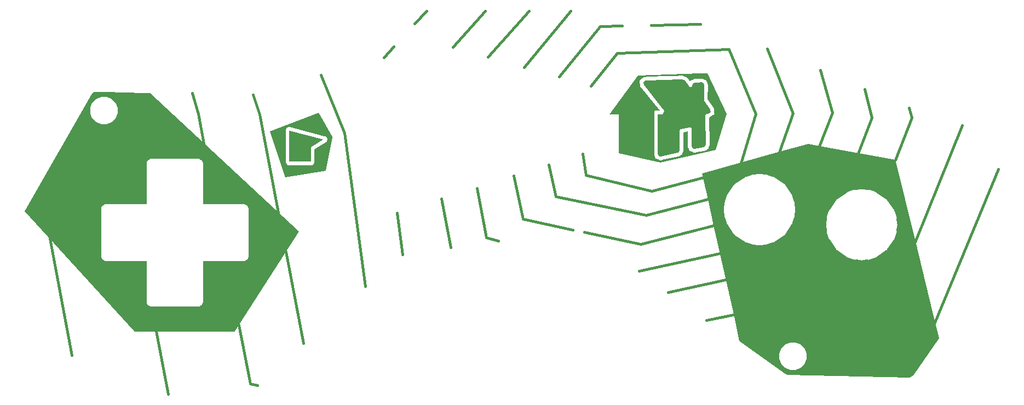
<source format=gbr>
G04 EAGLE Gerber RS-274X export*
G75*
%MOMM*%
%FSLAX34Y34*%
%LPD*%
%INTop Copper*%
%IPPOS*%
%AMOC8*
5,1,8,0,0,1.08239X$1,22.5*%
G01*
%ADD10C,0.025000*%
%ADD11C,0.400000*%
%ADD12C,0.250000*%

G36*
X1389123Y32172D02*
X1389123Y32172D01*
X1389124Y32172D01*
X1394321Y34838D01*
X1394322Y34839D01*
X1394323Y34839D01*
X1434149Y92998D01*
X1434149Y93000D01*
X1434150Y93002D01*
X1424341Y133247D01*
X1397723Y242625D01*
X1366927Y369168D01*
X1366924Y369170D01*
X1366923Y369172D01*
X1249669Y390147D01*
X1232044Y393299D01*
X1232043Y393299D01*
X1232042Y393299D01*
X1187734Y381037D01*
X1067972Y347893D01*
X1067968Y347887D01*
X1076836Y308154D01*
X1085941Y267355D01*
X1116680Y129626D01*
X1125854Y88522D01*
X1125856Y88520D01*
X1125856Y88519D01*
X1197007Y37348D01*
X1197074Y37300D01*
X1197074Y37299D01*
X1197693Y36922D01*
X1197694Y36922D01*
X1197694Y36921D01*
X1199064Y36463D01*
X1199065Y36463D01*
X1199786Y36393D01*
X1199787Y36393D01*
X1200944Y36367D01*
X1389121Y32171D01*
X1389123Y32172D01*
G37*
G36*
X345978Y103326D02*
X345978Y103326D01*
X345980Y103326D01*
X444829Y257843D01*
X444828Y257848D01*
X444828Y257849D01*
X214287Y471801D01*
X214285Y471801D01*
X214284Y471801D01*
X214284Y471802D01*
X214140Y471806D01*
X214139Y471806D01*
X213962Y471811D01*
X213961Y471811D01*
X213785Y471816D01*
X213784Y471816D01*
X213607Y471821D01*
X213606Y471821D01*
X213429Y471826D01*
X213428Y471826D01*
X213251Y471831D01*
X213250Y471831D01*
X213073Y471836D01*
X213072Y471836D01*
X212895Y471841D01*
X212894Y471841D01*
X212718Y471846D01*
X212717Y471846D01*
X212540Y471851D01*
X212539Y471851D01*
X212362Y471856D01*
X212361Y471856D01*
X212184Y471861D01*
X212183Y471861D01*
X212006Y471866D01*
X212005Y471866D01*
X211828Y471871D01*
X211827Y471871D01*
X211650Y471876D01*
X211649Y471876D01*
X211473Y471881D01*
X211472Y471881D01*
X211295Y471886D01*
X211294Y471886D01*
X211117Y471891D01*
X211116Y471891D01*
X210939Y471896D01*
X210938Y471896D01*
X210761Y471901D01*
X210760Y471901D01*
X210583Y471906D01*
X210582Y471906D01*
X210406Y471910D01*
X210406Y471911D01*
X210405Y471911D01*
X210228Y471915D01*
X210227Y471915D01*
X210050Y471920D01*
X210049Y471920D01*
X209872Y471925D01*
X209871Y471925D01*
X209694Y471930D01*
X209693Y471930D01*
X209516Y471935D01*
X209515Y471935D01*
X209338Y471940D01*
X209337Y471940D01*
X209161Y471945D01*
X209160Y471945D01*
X208983Y471950D01*
X208982Y471950D01*
X208805Y471955D01*
X208804Y471955D01*
X208627Y471960D01*
X208626Y471960D01*
X208449Y471965D01*
X208448Y471965D01*
X208271Y471970D01*
X208270Y471970D01*
X208094Y471975D01*
X208093Y471975D01*
X207916Y471980D01*
X207915Y471980D01*
X207738Y471985D01*
X207737Y471985D01*
X207560Y471990D01*
X207559Y471990D01*
X207382Y471995D01*
X207381Y471995D01*
X207204Y472000D01*
X207203Y472000D01*
X207026Y472005D01*
X207025Y472005D01*
X206849Y472010D01*
X206848Y472010D01*
X206671Y472015D01*
X206670Y472015D01*
X206493Y472020D01*
X206492Y472020D01*
X206315Y472025D01*
X206314Y472025D01*
X206137Y472030D01*
X206136Y472030D01*
X205959Y472035D01*
X205958Y472035D01*
X205782Y472040D01*
X205781Y472040D01*
X205604Y472045D01*
X205603Y472045D01*
X205426Y472050D01*
X205425Y472050D01*
X205248Y472055D01*
X205247Y472055D01*
X205070Y472060D01*
X205069Y472060D01*
X204892Y472065D01*
X204891Y472065D01*
X204714Y472069D01*
X204714Y472070D01*
X204713Y472070D01*
X204537Y472074D01*
X204536Y472074D01*
X204359Y472079D01*
X204358Y472079D01*
X204181Y472084D01*
X204180Y472084D01*
X204003Y472089D01*
X204002Y472089D01*
X203825Y472094D01*
X203824Y472094D01*
X203647Y472099D01*
X203646Y472099D01*
X203470Y472104D01*
X203469Y472104D01*
X203292Y472109D01*
X203291Y472109D01*
X203114Y472114D01*
X203113Y472114D01*
X202936Y472119D01*
X202935Y472119D01*
X202758Y472124D01*
X202757Y472124D01*
X202580Y472129D01*
X202579Y472129D01*
X202403Y472134D01*
X202402Y472134D01*
X202225Y472139D01*
X202224Y472139D01*
X202047Y472144D01*
X202046Y472144D01*
X201869Y472149D01*
X201868Y472149D01*
X201691Y472154D01*
X201690Y472154D01*
X201513Y472159D01*
X201512Y472159D01*
X201335Y472164D01*
X201334Y472164D01*
X201158Y472169D01*
X201157Y472169D01*
X200980Y472174D01*
X200979Y472174D01*
X200802Y472179D01*
X200801Y472179D01*
X200624Y472184D01*
X200623Y472184D01*
X200446Y472189D01*
X200445Y472189D01*
X200268Y472194D01*
X200267Y472194D01*
X200091Y472199D01*
X200090Y472199D01*
X199913Y472204D01*
X199912Y472204D01*
X199735Y472209D01*
X199734Y472209D01*
X199557Y472214D01*
X199556Y472214D01*
X199379Y472219D01*
X199378Y472219D01*
X199201Y472224D01*
X199200Y472224D01*
X199023Y472228D01*
X199023Y472229D01*
X199022Y472229D01*
X198846Y472233D01*
X198845Y472233D01*
X198668Y472238D01*
X198667Y472238D01*
X198490Y472243D01*
X198489Y472243D01*
X198312Y472248D01*
X198311Y472248D01*
X198134Y472253D01*
X198133Y472253D01*
X197956Y472258D01*
X197955Y472258D01*
X197779Y472263D01*
X197778Y472263D01*
X197601Y472268D01*
X197600Y472268D01*
X197423Y472273D01*
X197422Y472273D01*
X197245Y472278D01*
X197244Y472278D01*
X197067Y472283D01*
X197066Y472283D01*
X196889Y472288D01*
X196888Y472288D01*
X196711Y472293D01*
X196710Y472293D01*
X196534Y472298D01*
X196533Y472298D01*
X196356Y472303D01*
X196355Y472303D01*
X196178Y472308D01*
X196177Y472308D01*
X196000Y472313D01*
X195999Y472313D01*
X195822Y472318D01*
X195821Y472318D01*
X195644Y472323D01*
X195643Y472323D01*
X195467Y472328D01*
X195466Y472328D01*
X195289Y472333D01*
X195288Y472333D01*
X195111Y472338D01*
X195110Y472338D01*
X194933Y472343D01*
X194932Y472343D01*
X194755Y472348D01*
X194754Y472348D01*
X194577Y472353D01*
X194576Y472353D01*
X194399Y472358D01*
X194398Y472358D01*
X194222Y472363D01*
X194221Y472363D01*
X194044Y472368D01*
X194043Y472368D01*
X193866Y472373D01*
X193865Y472373D01*
X193688Y472378D01*
X193687Y472378D01*
X193510Y472383D01*
X193509Y472383D01*
X193332Y472387D01*
X193332Y472388D01*
X193331Y472388D01*
X193155Y472392D01*
X193154Y472392D01*
X192977Y472397D01*
X192976Y472397D01*
X192799Y472402D01*
X192798Y472402D01*
X192621Y472407D01*
X192620Y472407D01*
X192443Y472412D01*
X192442Y472412D01*
X192265Y472417D01*
X192264Y472417D01*
X192087Y472422D01*
X192086Y472422D01*
X191910Y472427D01*
X191909Y472427D01*
X191732Y472432D01*
X191731Y472432D01*
X191554Y472437D01*
X191553Y472437D01*
X191376Y472442D01*
X191375Y472442D01*
X191198Y472447D01*
X191197Y472447D01*
X191020Y472452D01*
X191019Y472452D01*
X190843Y472457D01*
X190842Y472457D01*
X190665Y472462D01*
X190664Y472462D01*
X190487Y472467D01*
X190486Y472467D01*
X190309Y472472D01*
X190308Y472472D01*
X190131Y472477D01*
X190130Y472477D01*
X189953Y472482D01*
X189952Y472482D01*
X189775Y472487D01*
X189774Y472487D01*
X189598Y472492D01*
X189597Y472492D01*
X189420Y472497D01*
X189419Y472497D01*
X189242Y472502D01*
X189241Y472502D01*
X189064Y472507D01*
X189063Y472507D01*
X188886Y472512D01*
X188885Y472512D01*
X188708Y472517D01*
X188707Y472517D01*
X188531Y472522D01*
X188530Y472522D01*
X188353Y472527D01*
X188352Y472527D01*
X188175Y472532D01*
X188174Y472532D01*
X187997Y472537D01*
X187996Y472537D01*
X187819Y472542D01*
X187818Y472542D01*
X187641Y472546D01*
X187641Y472547D01*
X187640Y472547D01*
X187464Y472551D01*
X187463Y472551D01*
X187286Y472556D01*
X187285Y472556D01*
X187108Y472561D01*
X187107Y472561D01*
X186930Y472566D01*
X186929Y472566D01*
X186752Y472571D01*
X186751Y472571D01*
X186574Y472576D01*
X186573Y472576D01*
X186396Y472581D01*
X186395Y472581D01*
X186219Y472586D01*
X186218Y472586D01*
X186041Y472591D01*
X186040Y472591D01*
X185863Y472596D01*
X185862Y472596D01*
X185685Y472601D01*
X185684Y472601D01*
X185507Y472606D01*
X185506Y472606D01*
X185329Y472611D01*
X185328Y472611D01*
X185152Y472616D01*
X185151Y472616D01*
X184974Y472621D01*
X184973Y472621D01*
X184796Y472626D01*
X184795Y472626D01*
X184618Y472631D01*
X184617Y472631D01*
X184440Y472636D01*
X184439Y472636D01*
X184262Y472641D01*
X184261Y472641D01*
X184084Y472646D01*
X184083Y472646D01*
X183907Y472651D01*
X183906Y472651D01*
X183729Y472656D01*
X183728Y472656D01*
X183551Y472661D01*
X183550Y472661D01*
X183373Y472666D01*
X183372Y472666D01*
X183195Y472671D01*
X183194Y472671D01*
X183017Y472676D01*
X183016Y472676D01*
X182840Y472681D01*
X182839Y472681D01*
X182662Y472686D01*
X182661Y472686D01*
X182484Y472691D01*
X182483Y472691D01*
X182306Y472696D01*
X182305Y472696D01*
X182128Y472701D01*
X182127Y472701D01*
X181950Y472705D01*
X181950Y472706D01*
X181949Y472706D01*
X181772Y472710D01*
X181771Y472710D01*
X181595Y472715D01*
X181594Y472715D01*
X181417Y472720D01*
X181416Y472720D01*
X181239Y472725D01*
X181238Y472725D01*
X181061Y472730D01*
X181060Y472730D01*
X180883Y472735D01*
X180882Y472735D01*
X180705Y472740D01*
X180704Y472740D01*
X180528Y472745D01*
X180527Y472745D01*
X180350Y472750D01*
X180349Y472750D01*
X180172Y472755D01*
X180171Y472755D01*
X179994Y472760D01*
X179993Y472760D01*
X179816Y472765D01*
X179815Y472765D01*
X179638Y472770D01*
X179637Y472770D01*
X179460Y472775D01*
X179459Y472775D01*
X179283Y472780D01*
X179282Y472780D01*
X179105Y472785D01*
X179104Y472785D01*
X178927Y472790D01*
X178926Y472790D01*
X178749Y472795D01*
X178748Y472795D01*
X178571Y472800D01*
X178570Y472800D01*
X178393Y472805D01*
X178392Y472805D01*
X178216Y472810D01*
X178215Y472810D01*
X178038Y472815D01*
X178037Y472815D01*
X177860Y472820D01*
X177859Y472820D01*
X177682Y472825D01*
X177681Y472825D01*
X177504Y472830D01*
X177503Y472830D01*
X177326Y472835D01*
X177325Y472835D01*
X177148Y472840D01*
X177147Y472840D01*
X176971Y472845D01*
X176970Y472845D01*
X176793Y472850D01*
X176792Y472850D01*
X176615Y472855D01*
X176614Y472855D01*
X176437Y472860D01*
X176436Y472860D01*
X176259Y472864D01*
X176259Y472865D01*
X176258Y472865D01*
X176081Y472869D01*
X176080Y472869D01*
X175904Y472874D01*
X175903Y472874D01*
X175726Y472879D01*
X175725Y472879D01*
X175548Y472884D01*
X175547Y472884D01*
X175370Y472889D01*
X175369Y472889D01*
X175192Y472894D01*
X175191Y472894D01*
X175014Y472899D01*
X175013Y472899D01*
X174836Y472904D01*
X174835Y472904D01*
X174659Y472909D01*
X174658Y472909D01*
X174481Y472914D01*
X174480Y472914D01*
X174303Y472919D01*
X174302Y472919D01*
X174125Y472924D01*
X174124Y472924D01*
X173947Y472929D01*
X173946Y472929D01*
X173769Y472934D01*
X173768Y472934D01*
X173592Y472939D01*
X173591Y472939D01*
X173414Y472944D01*
X173413Y472944D01*
X173236Y472949D01*
X173235Y472949D01*
X173058Y472954D01*
X173057Y472954D01*
X172880Y472959D01*
X172879Y472959D01*
X172702Y472964D01*
X172701Y472964D01*
X172525Y472969D01*
X172524Y472969D01*
X172523Y472969D01*
X172347Y472974D01*
X172346Y472974D01*
X172169Y472979D01*
X172168Y472979D01*
X171991Y472984D01*
X171990Y472984D01*
X171813Y472989D01*
X171812Y472989D01*
X171635Y472994D01*
X171634Y472994D01*
X171457Y472999D01*
X171456Y472999D01*
X171280Y473004D01*
X171279Y473004D01*
X171102Y473009D01*
X171101Y473009D01*
X170924Y473014D01*
X170923Y473014D01*
X170746Y473019D01*
X170745Y473019D01*
X170568Y473023D01*
X170568Y473024D01*
X170567Y473024D01*
X170390Y473028D01*
X170389Y473028D01*
X170213Y473033D01*
X170212Y473033D01*
X170035Y473038D01*
X170034Y473038D01*
X169857Y473043D01*
X169856Y473043D01*
X169679Y473048D01*
X169678Y473048D01*
X169501Y473053D01*
X169500Y473053D01*
X169323Y473058D01*
X169322Y473058D01*
X169145Y473063D01*
X169144Y473063D01*
X168968Y473068D01*
X168967Y473068D01*
X168790Y473073D01*
X168789Y473073D01*
X168612Y473078D01*
X168611Y473078D01*
X168434Y473083D01*
X168433Y473083D01*
X168256Y473088D01*
X168255Y473088D01*
X168078Y473093D01*
X168077Y473093D01*
X167901Y473098D01*
X167900Y473098D01*
X167723Y473103D01*
X167722Y473103D01*
X167545Y473108D01*
X167544Y473108D01*
X167367Y473113D01*
X167366Y473113D01*
X167189Y473118D01*
X167188Y473118D01*
X167011Y473123D01*
X167010Y473123D01*
X166833Y473128D01*
X166832Y473128D01*
X166656Y473133D01*
X166655Y473133D01*
X166478Y473138D01*
X166477Y473138D01*
X166300Y473143D01*
X166299Y473143D01*
X166122Y473148D01*
X166121Y473148D01*
X165944Y473153D01*
X165943Y473153D01*
X165766Y473158D01*
X165765Y473158D01*
X165589Y473163D01*
X165588Y473163D01*
X165411Y473168D01*
X165410Y473168D01*
X165233Y473173D01*
X165232Y473173D01*
X165055Y473178D01*
X165054Y473178D01*
X164877Y473182D01*
X164877Y473183D01*
X164876Y473183D01*
X164699Y473187D01*
X164698Y473187D01*
X164521Y473192D01*
X164520Y473192D01*
X164344Y473197D01*
X164343Y473197D01*
X164166Y473202D01*
X164165Y473202D01*
X163988Y473207D01*
X163987Y473207D01*
X163810Y473212D01*
X163809Y473212D01*
X163632Y473217D01*
X163631Y473217D01*
X163454Y473222D01*
X163453Y473222D01*
X163277Y473227D01*
X163276Y473227D01*
X163099Y473232D01*
X163098Y473232D01*
X162921Y473237D01*
X162920Y473237D01*
X162743Y473242D01*
X162742Y473242D01*
X162565Y473247D01*
X162564Y473247D01*
X162387Y473252D01*
X162386Y473252D01*
X162209Y473257D01*
X162208Y473257D01*
X162032Y473262D01*
X162031Y473262D01*
X161854Y473267D01*
X161853Y473267D01*
X161676Y473272D01*
X161675Y473272D01*
X161498Y473277D01*
X161497Y473277D01*
X161320Y473282D01*
X161319Y473282D01*
X161142Y473287D01*
X161141Y473287D01*
X160965Y473292D01*
X160964Y473292D01*
X160787Y473297D01*
X160786Y473297D01*
X160609Y473302D01*
X160608Y473302D01*
X160431Y473307D01*
X160430Y473307D01*
X160253Y473312D01*
X160252Y473312D01*
X160075Y473317D01*
X160074Y473317D01*
X159897Y473322D01*
X159896Y473322D01*
X159720Y473327D01*
X159719Y473327D01*
X159542Y473332D01*
X159541Y473332D01*
X159364Y473337D01*
X159363Y473337D01*
X159186Y473341D01*
X159186Y473342D01*
X159185Y473342D01*
X159008Y473346D01*
X159007Y473346D01*
X158830Y473351D01*
X158829Y473351D01*
X158653Y473356D01*
X158652Y473356D01*
X158475Y473361D01*
X158474Y473361D01*
X158297Y473366D01*
X158296Y473366D01*
X158119Y473371D01*
X158118Y473371D01*
X157941Y473376D01*
X157940Y473376D01*
X157763Y473381D01*
X157762Y473381D01*
X157586Y473386D01*
X157585Y473386D01*
X157584Y473386D01*
X157408Y473391D01*
X157407Y473391D01*
X157230Y473396D01*
X157229Y473396D01*
X157052Y473401D01*
X157051Y473401D01*
X156874Y473406D01*
X156873Y473406D01*
X156696Y473411D01*
X156695Y473411D01*
X156518Y473416D01*
X156517Y473416D01*
X156341Y473421D01*
X156340Y473421D01*
X156163Y473426D01*
X156162Y473426D01*
X155985Y473431D01*
X155984Y473431D01*
X155807Y473436D01*
X155806Y473436D01*
X155629Y473441D01*
X155628Y473441D01*
X155451Y473446D01*
X155450Y473446D01*
X155274Y473451D01*
X155273Y473451D01*
X155096Y473456D01*
X155095Y473456D01*
X154918Y473461D01*
X154917Y473461D01*
X154740Y473466D01*
X154739Y473466D01*
X154562Y473471D01*
X154561Y473471D01*
X154384Y473476D01*
X154383Y473476D01*
X154206Y473481D01*
X154205Y473481D01*
X154029Y473486D01*
X154028Y473486D01*
X153851Y473491D01*
X153850Y473491D01*
X153673Y473496D01*
X153672Y473496D01*
X153495Y473500D01*
X153495Y473501D01*
X153494Y473501D01*
X153317Y473505D01*
X153316Y473505D01*
X153139Y473510D01*
X153138Y473510D01*
X152962Y473515D01*
X152961Y473515D01*
X152784Y473520D01*
X152783Y473520D01*
X152606Y473525D01*
X152605Y473525D01*
X152428Y473530D01*
X152427Y473530D01*
X152250Y473535D01*
X152249Y473535D01*
X152072Y473540D01*
X152071Y473540D01*
X151894Y473545D01*
X151893Y473545D01*
X151717Y473550D01*
X151716Y473550D01*
X151539Y473555D01*
X151538Y473555D01*
X151361Y473560D01*
X151360Y473560D01*
X151183Y473565D01*
X151182Y473565D01*
X151005Y473570D01*
X151004Y473570D01*
X150827Y473575D01*
X150826Y473575D01*
X150650Y473580D01*
X150649Y473580D01*
X150472Y473585D01*
X150471Y473585D01*
X150294Y473590D01*
X150293Y473590D01*
X150116Y473595D01*
X150115Y473595D01*
X149938Y473600D01*
X149937Y473600D01*
X149760Y473605D01*
X149759Y473605D01*
X149582Y473610D01*
X149581Y473610D01*
X149405Y473615D01*
X149404Y473615D01*
X149227Y473620D01*
X149226Y473620D01*
X149049Y473625D01*
X149048Y473625D01*
X148871Y473630D01*
X148870Y473630D01*
X148693Y473635D01*
X148692Y473635D01*
X148515Y473640D01*
X148514Y473640D01*
X148338Y473645D01*
X148337Y473645D01*
X148160Y473650D01*
X148159Y473650D01*
X147982Y473655D01*
X147981Y473655D01*
X147804Y473659D01*
X147804Y473660D01*
X147803Y473660D01*
X147626Y473664D01*
X147625Y473664D01*
X147448Y473669D01*
X147447Y473669D01*
X147270Y473674D01*
X147269Y473674D01*
X147093Y473679D01*
X147092Y473679D01*
X146915Y473684D01*
X146914Y473684D01*
X146737Y473689D01*
X146736Y473689D01*
X146559Y473694D01*
X146558Y473694D01*
X146381Y473699D01*
X146380Y473699D01*
X146203Y473704D01*
X146202Y473704D01*
X146026Y473709D01*
X146025Y473709D01*
X145848Y473714D01*
X145847Y473714D01*
X145670Y473719D01*
X145669Y473719D01*
X145492Y473724D01*
X145491Y473724D01*
X145314Y473729D01*
X145313Y473729D01*
X145136Y473734D01*
X145135Y473734D01*
X144958Y473739D01*
X144957Y473739D01*
X144781Y473744D01*
X144780Y473744D01*
X144603Y473749D01*
X144602Y473749D01*
X144425Y473754D01*
X144424Y473754D01*
X144247Y473759D01*
X144246Y473759D01*
X144069Y473764D01*
X144068Y473764D01*
X143891Y473769D01*
X143890Y473769D01*
X143714Y473774D01*
X143713Y473774D01*
X143536Y473779D01*
X143535Y473779D01*
X143358Y473784D01*
X143357Y473784D01*
X143180Y473789D01*
X143179Y473789D01*
X143002Y473794D01*
X143001Y473794D01*
X142824Y473799D01*
X142823Y473799D01*
X142647Y473804D01*
X142646Y473804D01*
X142645Y473804D01*
X142469Y473809D01*
X142468Y473809D01*
X142291Y473814D01*
X142290Y473814D01*
X142113Y473818D01*
X142113Y473819D01*
X142112Y473819D01*
X141935Y473823D01*
X141934Y473823D01*
X141757Y473828D01*
X141756Y473828D01*
X141579Y473833D01*
X141578Y473833D01*
X141402Y473838D01*
X141401Y473838D01*
X141224Y473843D01*
X141223Y473843D01*
X141046Y473848D01*
X141045Y473848D01*
X140868Y473853D01*
X140867Y473853D01*
X140690Y473858D01*
X140689Y473858D01*
X140512Y473863D01*
X140511Y473863D01*
X140335Y473868D01*
X140334Y473868D01*
X140157Y473873D01*
X140156Y473873D01*
X139979Y473878D01*
X139978Y473878D01*
X139801Y473883D01*
X139800Y473883D01*
X139623Y473888D01*
X139622Y473888D01*
X139445Y473893D01*
X139444Y473893D01*
X139267Y473898D01*
X139266Y473898D01*
X139090Y473903D01*
X139089Y473903D01*
X138912Y473908D01*
X138911Y473908D01*
X138734Y473913D01*
X138733Y473913D01*
X138556Y473918D01*
X138555Y473918D01*
X138378Y473923D01*
X138377Y473923D01*
X138200Y473928D01*
X138199Y473928D01*
X138023Y473933D01*
X138022Y473933D01*
X137845Y473938D01*
X137844Y473938D01*
X137667Y473943D01*
X137666Y473943D01*
X137489Y473948D01*
X137488Y473948D01*
X137311Y473953D01*
X137310Y473953D01*
X137133Y473958D01*
X137132Y473958D01*
X136955Y473963D01*
X136954Y473963D01*
X136778Y473968D01*
X136777Y473968D01*
X136600Y473973D01*
X136599Y473973D01*
X136422Y473977D01*
X136422Y473978D01*
X136421Y473978D01*
X136244Y473982D01*
X136243Y473982D01*
X136066Y473987D01*
X136065Y473987D01*
X135888Y473992D01*
X135887Y473992D01*
X135711Y473997D01*
X135710Y473997D01*
X135533Y474002D01*
X135532Y474002D01*
X135355Y474007D01*
X135354Y474007D01*
X135177Y474012D01*
X135176Y474012D01*
X134999Y474017D01*
X134998Y474017D01*
X134821Y474022D01*
X134820Y474022D01*
X134643Y474027D01*
X134642Y474027D01*
X134466Y474032D01*
X134465Y474032D01*
X134288Y474037D01*
X134287Y474037D01*
X134110Y474042D01*
X134109Y474042D01*
X133932Y474047D01*
X133931Y474047D01*
X133754Y474052D01*
X133753Y474052D01*
X133576Y474057D01*
X133575Y474057D01*
X133399Y474062D01*
X133398Y474062D01*
X133221Y474067D01*
X133220Y474067D01*
X133043Y474072D01*
X133042Y474072D01*
X132865Y474077D01*
X132864Y474077D01*
X132687Y474082D01*
X132686Y474082D01*
X132509Y474087D01*
X132508Y474087D01*
X132331Y474092D01*
X132330Y474092D01*
X132154Y474097D01*
X132153Y474097D01*
X131976Y474102D01*
X131975Y474102D01*
X131798Y474107D01*
X131797Y474107D01*
X131620Y474112D01*
X131619Y474112D01*
X131442Y474117D01*
X131441Y474117D01*
X131264Y474122D01*
X131263Y474122D01*
X131087Y474127D01*
X131086Y474127D01*
X130909Y474132D01*
X130908Y474132D01*
X130731Y474136D01*
X130731Y474137D01*
X130730Y474137D01*
X130553Y474141D01*
X130552Y474141D01*
X130375Y474146D01*
X130374Y474146D01*
X130197Y474151D01*
X130196Y474151D01*
X130019Y474156D01*
X130018Y474156D01*
X129842Y474161D01*
X129841Y474161D01*
X129770Y474163D01*
X129769Y474163D01*
X126950Y473470D01*
X126949Y473468D01*
X126947Y473468D01*
X124882Y471427D01*
X124882Y471426D01*
X124881Y471426D01*
X20191Y289470D01*
X20191Y289469D01*
X20191Y289468D01*
X20192Y289466D01*
X20191Y289464D01*
X190115Y103325D01*
X190118Y103325D01*
X190119Y103324D01*
X345976Y103324D01*
X345978Y103326D01*
G37*
%LPC*%
G36*
X289270Y142244D02*
X289270Y142244D01*
X289269Y142244D01*
X289268Y142245D01*
X216529Y142245D01*
X216529Y142244D01*
X216528Y142244D01*
X215973Y142015D01*
X215420Y142244D01*
X215419Y142244D01*
X215418Y142245D01*
X214819Y142245D01*
X214395Y142669D01*
X214393Y142669D01*
X214393Y142670D01*
X212075Y143631D01*
X211033Y144062D01*
X210601Y145105D01*
X209642Y147422D01*
X209641Y147423D01*
X209641Y147424D01*
X209217Y147848D01*
X209217Y148447D01*
X209216Y148448D01*
X209216Y148449D01*
X208987Y149003D01*
X209216Y149557D01*
X209216Y149558D01*
X209217Y149559D01*
X209217Y212471D01*
X209212Y212476D01*
X209212Y212475D01*
X209212Y212476D01*
X146300Y212476D01*
X146299Y212475D01*
X146298Y212475D01*
X145744Y212246D01*
X145190Y212475D01*
X145189Y212475D01*
X145188Y212476D01*
X144589Y212476D01*
X144165Y212900D01*
X144164Y212900D01*
X144163Y212901D01*
X140803Y214292D01*
X139998Y216235D01*
X139411Y217653D01*
X139410Y217654D01*
X139410Y217655D01*
X138986Y218079D01*
X138986Y218678D01*
X138985Y218679D01*
X138985Y218680D01*
X138756Y219234D01*
X138985Y219788D01*
X138985Y219789D01*
X138986Y219790D01*
X138986Y292529D01*
X138985Y292529D01*
X138985Y292530D01*
X138756Y293085D01*
X138985Y293638D01*
X138985Y293639D01*
X138986Y293640D01*
X138986Y294239D01*
X139410Y294663D01*
X139410Y294665D01*
X139411Y294665D01*
X140372Y296983D01*
X140803Y298025D01*
X141846Y298457D01*
X144163Y299416D01*
X144164Y299417D01*
X144165Y299417D01*
X144589Y299841D01*
X145188Y299841D01*
X145189Y299842D01*
X145190Y299842D01*
X145744Y300071D01*
X146298Y299842D01*
X146299Y299842D01*
X146300Y299841D01*
X209212Y299841D01*
X209217Y299846D01*
X209216Y299846D01*
X209217Y299846D01*
X209217Y362758D01*
X209216Y362759D01*
X209216Y362760D01*
X208987Y363314D01*
X209216Y363868D01*
X209216Y363869D01*
X209217Y363869D01*
X209217Y363870D01*
X209217Y364469D01*
X209641Y364893D01*
X209641Y364894D01*
X209642Y364895D01*
X210599Y367207D01*
X211033Y368255D01*
X212071Y368684D01*
X214393Y369647D01*
X214393Y369648D01*
X214395Y369648D01*
X214819Y370072D01*
X215418Y370072D01*
X215419Y370073D01*
X215420Y370073D01*
X215973Y370302D01*
X216528Y370073D01*
X216529Y370073D01*
X216529Y370072D01*
X289268Y370072D01*
X289269Y370073D01*
X289270Y370073D01*
X289824Y370302D01*
X290378Y370073D01*
X290379Y370073D01*
X290380Y370072D01*
X290979Y370072D01*
X291403Y369648D01*
X291405Y369648D01*
X291405Y369647D01*
X292779Y369078D01*
X294766Y368255D01*
X296157Y364895D01*
X296158Y364894D01*
X296158Y364893D01*
X296582Y364469D01*
X296582Y363870D01*
X296583Y363869D01*
X296583Y363868D01*
X296812Y363314D01*
X296583Y362760D01*
X296583Y362759D01*
X296582Y362758D01*
X296582Y299846D01*
X296587Y299841D01*
X296587Y299842D01*
X296587Y299841D01*
X359499Y299841D01*
X359500Y299842D01*
X359501Y299842D01*
X360055Y300071D01*
X360609Y299842D01*
X360610Y299842D01*
X360611Y299841D01*
X361210Y299841D01*
X361634Y299417D01*
X361635Y299417D01*
X361636Y299416D01*
X362859Y298910D01*
X363889Y298483D01*
X364996Y298025D01*
X365456Y296914D01*
X365881Y295888D01*
X366387Y294665D01*
X366388Y294664D01*
X366388Y294663D01*
X366812Y294239D01*
X366812Y293640D01*
X366813Y293639D01*
X366813Y293638D01*
X367042Y293084D01*
X366813Y292530D01*
X366812Y292529D01*
X366813Y292529D01*
X366812Y292528D01*
X366812Y219790D01*
X366813Y219789D01*
X366813Y219788D01*
X367042Y219235D01*
X366813Y218680D01*
X366813Y218679D01*
X366812Y218679D01*
X366812Y218079D01*
X366388Y217655D01*
X366388Y217654D01*
X366387Y217653D01*
X365881Y216429D01*
X365881Y216428D01*
X365880Y216428D01*
X365422Y215321D01*
X364996Y214292D01*
X363892Y213835D01*
X362860Y213407D01*
X362859Y213407D01*
X361636Y212901D01*
X361635Y212900D01*
X361634Y212900D01*
X361210Y212476D01*
X360611Y212476D01*
X360610Y212475D01*
X360609Y212475D01*
X360055Y212246D01*
X359501Y212475D01*
X359500Y212475D01*
X359499Y212476D01*
X296587Y212476D01*
X296582Y212471D01*
X296583Y212471D01*
X296582Y212471D01*
X296582Y149559D01*
X296583Y149558D01*
X296583Y149557D01*
X296812Y149003D01*
X296583Y148449D01*
X296583Y148448D01*
X296582Y148447D01*
X296582Y147848D01*
X296158Y147424D01*
X296158Y147423D01*
X296157Y147422D01*
X294766Y144062D01*
X292823Y143257D01*
X291405Y142670D01*
X291404Y142669D01*
X291403Y142669D01*
X290979Y142245D01*
X290380Y142245D01*
X290379Y142244D01*
X290378Y142244D01*
X289824Y142015D01*
X289270Y142244D01*
G37*
%LPD*%
G36*
X1003159Y364290D02*
X1003159Y364290D01*
X1003160Y364289D01*
X1088994Y384080D01*
X1088996Y384083D01*
X1088998Y384084D01*
X1105598Y439466D01*
X1105597Y439468D01*
X1105598Y439470D01*
X1076126Y502936D01*
X1076123Y502938D01*
X1076121Y502939D01*
X1076059Y502937D01*
X1076058Y502937D01*
X1075918Y502932D01*
X1075778Y502927D01*
X1075777Y502927D01*
X1075638Y502922D01*
X1075637Y502922D01*
X1075498Y502917D01*
X1075497Y502917D01*
X1075357Y502912D01*
X1075217Y502907D01*
X1075216Y502907D01*
X1075077Y502902D01*
X1075076Y502902D01*
X1074936Y502897D01*
X1074796Y502892D01*
X1074795Y502892D01*
X1074656Y502887D01*
X1074655Y502887D01*
X1074516Y502882D01*
X1074515Y502882D01*
X1074375Y502877D01*
X1074235Y502872D01*
X1074234Y502872D01*
X1074095Y502867D01*
X1074094Y502867D01*
X1073955Y502862D01*
X1073954Y502862D01*
X1073814Y502857D01*
X1073674Y502852D01*
X1073673Y502852D01*
X1073534Y502847D01*
X1073533Y502847D01*
X1073394Y502842D01*
X1073393Y502842D01*
X1073253Y502837D01*
X1073113Y502833D01*
X1073112Y502833D01*
X1073112Y502832D01*
X1072973Y502828D01*
X1072972Y502828D01*
X1072832Y502823D01*
X1072692Y502818D01*
X1072691Y502818D01*
X1072552Y502813D01*
X1072551Y502813D01*
X1072412Y502808D01*
X1072411Y502808D01*
X1072271Y502803D01*
X1072131Y502798D01*
X1072130Y502798D01*
X1071991Y502793D01*
X1071990Y502793D01*
X1071851Y502788D01*
X1071850Y502788D01*
X1071710Y502783D01*
X1071570Y502778D01*
X1071569Y502778D01*
X1071430Y502773D01*
X1071429Y502773D01*
X1071290Y502768D01*
X1071289Y502768D01*
X1071149Y502763D01*
X1071009Y502758D01*
X1071008Y502758D01*
X1070869Y502753D01*
X1070868Y502753D01*
X1070729Y502748D01*
X1070728Y502748D01*
X1070588Y502743D01*
X1070448Y502738D01*
X1070447Y502738D01*
X1070308Y502733D01*
X1070307Y502733D01*
X1070167Y502728D01*
X1070027Y502723D01*
X1070026Y502723D01*
X1069887Y502718D01*
X1069886Y502718D01*
X1069747Y502713D01*
X1069746Y502713D01*
X1069606Y502708D01*
X1069466Y502703D01*
X1069465Y502703D01*
X1069326Y502698D01*
X1069325Y502698D01*
X1069186Y502693D01*
X1069185Y502693D01*
X1069045Y502688D01*
X1068905Y502683D01*
X1068904Y502683D01*
X1068765Y502678D01*
X1068764Y502678D01*
X1068625Y502674D01*
X1068624Y502674D01*
X1068624Y502673D01*
X1068484Y502669D01*
X1068344Y502664D01*
X1068343Y502664D01*
X1068204Y502659D01*
X1068203Y502659D01*
X1068064Y502654D01*
X1068063Y502654D01*
X1067923Y502649D01*
X1067783Y502644D01*
X1067782Y502644D01*
X1067643Y502639D01*
X1067642Y502639D01*
X1067502Y502634D01*
X1067362Y502629D01*
X1067361Y502629D01*
X1067222Y502624D01*
X1067221Y502624D01*
X1067082Y502619D01*
X1067081Y502619D01*
X1066941Y502614D01*
X1066801Y502609D01*
X1066800Y502609D01*
X1066661Y502604D01*
X1066660Y502604D01*
X1066521Y502599D01*
X1066520Y502599D01*
X1066380Y502594D01*
X1066240Y502589D01*
X1066239Y502589D01*
X1066100Y502584D01*
X1066099Y502584D01*
X1065960Y502579D01*
X1065959Y502579D01*
X1065819Y502574D01*
X1065679Y502569D01*
X1065678Y502569D01*
X1065539Y502564D01*
X1065538Y502564D01*
X1065399Y502559D01*
X1065398Y502559D01*
X1065258Y502554D01*
X1065257Y502554D01*
X1065118Y502549D01*
X1065117Y502549D01*
X1064978Y502544D01*
X1064977Y502544D01*
X1064837Y502539D01*
X1064697Y502534D01*
X1064696Y502534D01*
X1064557Y502529D01*
X1064556Y502529D01*
X1064417Y502524D01*
X1064416Y502524D01*
X1064276Y502519D01*
X1064136Y502515D01*
X1064135Y502515D01*
X1064135Y502514D01*
X1063996Y502510D01*
X1063995Y502510D01*
X1063856Y502505D01*
X1063855Y502505D01*
X1063715Y502500D01*
X1063575Y502495D01*
X1063574Y502495D01*
X1063435Y502490D01*
X1063434Y502490D01*
X1063295Y502485D01*
X1063294Y502485D01*
X1063154Y502480D01*
X1063014Y502475D01*
X1063013Y502475D01*
X1062874Y502470D01*
X1062873Y502470D01*
X1062733Y502465D01*
X1062593Y502460D01*
X1062592Y502460D01*
X1062453Y502455D01*
X1062452Y502455D01*
X1062313Y502450D01*
X1062312Y502450D01*
X1062172Y502445D01*
X1062032Y502440D01*
X1062031Y502440D01*
X1061892Y502435D01*
X1061891Y502435D01*
X1061752Y502430D01*
X1061751Y502430D01*
X1061611Y502425D01*
X1061471Y502420D01*
X1061470Y502420D01*
X1061331Y502415D01*
X1061330Y502415D01*
X1061191Y502410D01*
X1061190Y502410D01*
X1061050Y502405D01*
X1060910Y502400D01*
X1060909Y502400D01*
X1060770Y502395D01*
X1060769Y502395D01*
X1060630Y502390D01*
X1060629Y502390D01*
X1060489Y502385D01*
X1060349Y502380D01*
X1060348Y502380D01*
X1060209Y502375D01*
X1060208Y502375D01*
X1060068Y502370D01*
X1059928Y502365D01*
X1059927Y502365D01*
X1059788Y502360D01*
X1059787Y502360D01*
X1059648Y502356D01*
X1059647Y502356D01*
X1059647Y502355D01*
X1059507Y502351D01*
X1059367Y502346D01*
X1059366Y502346D01*
X1059227Y502341D01*
X1059226Y502341D01*
X1059087Y502336D01*
X1059086Y502336D01*
X1058946Y502331D01*
X1058806Y502326D01*
X1058805Y502326D01*
X1058666Y502321D01*
X1058665Y502321D01*
X1058526Y502316D01*
X1058525Y502316D01*
X1058385Y502311D01*
X1058245Y502306D01*
X1058244Y502306D01*
X1058105Y502301D01*
X1058104Y502301D01*
X1057965Y502296D01*
X1057964Y502296D01*
X1057824Y502291D01*
X1057823Y502291D01*
X1057684Y502286D01*
X1057683Y502286D01*
X1057544Y502281D01*
X1057543Y502281D01*
X1057403Y502276D01*
X1057263Y502271D01*
X1057262Y502271D01*
X1057123Y502266D01*
X1057122Y502266D01*
X1056983Y502261D01*
X1056982Y502261D01*
X1056842Y502256D01*
X1056702Y502251D01*
X1056701Y502251D01*
X1056562Y502246D01*
X1056561Y502246D01*
X1056422Y502241D01*
X1056421Y502241D01*
X1056281Y502236D01*
X1056141Y502231D01*
X1056140Y502231D01*
X1056001Y502226D01*
X1056000Y502226D01*
X1055861Y502221D01*
X1055860Y502221D01*
X1055720Y502216D01*
X1055580Y502211D01*
X1055579Y502211D01*
X1055440Y502206D01*
X1055439Y502206D01*
X1055299Y502201D01*
X1055159Y502197D01*
X1055158Y502196D01*
X1055019Y502192D01*
X1055018Y502192D01*
X1054879Y502187D01*
X1054878Y502187D01*
X1054738Y502182D01*
X1054598Y502177D01*
X1054597Y502177D01*
X1054458Y502172D01*
X1054457Y502172D01*
X1054318Y502167D01*
X1054317Y502167D01*
X1054177Y502162D01*
X1054037Y502157D01*
X1054036Y502157D01*
X1053897Y502152D01*
X1053896Y502152D01*
X1053757Y502147D01*
X1053756Y502147D01*
X1053616Y502142D01*
X1053476Y502137D01*
X1053475Y502137D01*
X1053336Y502132D01*
X1053335Y502132D01*
X1053196Y502127D01*
X1053195Y502127D01*
X1053055Y502122D01*
X1052915Y502117D01*
X1052914Y502117D01*
X1052775Y502112D01*
X1052774Y502112D01*
X1052634Y502107D01*
X1052494Y502102D01*
X1052493Y502102D01*
X1052354Y502097D01*
X1052353Y502097D01*
X1052214Y502092D01*
X1052213Y502092D01*
X1052073Y502087D01*
X1051933Y502082D01*
X1051932Y502082D01*
X1051793Y502077D01*
X1051792Y502077D01*
X1051653Y502072D01*
X1051652Y502072D01*
X1051512Y502067D01*
X1051372Y502062D01*
X1051371Y502062D01*
X1051232Y502057D01*
X1051231Y502057D01*
X1051092Y502052D01*
X1051091Y502052D01*
X1050951Y502047D01*
X1050811Y502042D01*
X1050810Y502042D01*
X1050671Y502038D01*
X1050670Y502038D01*
X1050670Y502037D01*
X1050531Y502033D01*
X1050530Y502033D01*
X1050390Y502028D01*
X1050250Y502023D01*
X1050249Y502023D01*
X1050110Y502018D01*
X1050109Y502018D01*
X1049969Y502013D01*
X1049829Y502008D01*
X1049828Y502008D01*
X1049689Y502003D01*
X1049688Y502003D01*
X1049549Y501998D01*
X1049548Y501998D01*
X1049408Y501993D01*
X1049268Y501988D01*
X1049267Y501988D01*
X1049128Y501983D01*
X1049127Y501983D01*
X1048988Y501978D01*
X1048987Y501978D01*
X1048847Y501973D01*
X1048707Y501968D01*
X1048706Y501968D01*
X1048567Y501963D01*
X1048566Y501963D01*
X1048427Y501958D01*
X1048426Y501958D01*
X1048286Y501953D01*
X1048146Y501948D01*
X1048145Y501948D01*
X1048006Y501943D01*
X1048005Y501943D01*
X1047865Y501938D01*
X1047725Y501933D01*
X1047724Y501933D01*
X1047585Y501928D01*
X1047584Y501928D01*
X1047445Y501923D01*
X1047444Y501923D01*
X1047304Y501918D01*
X1047164Y501913D01*
X1047163Y501913D01*
X1047024Y501908D01*
X1047023Y501908D01*
X1046884Y501903D01*
X1046883Y501903D01*
X1046743Y501898D01*
X1046603Y501893D01*
X1046602Y501893D01*
X1046463Y501888D01*
X1046462Y501888D01*
X1046323Y501883D01*
X1046322Y501883D01*
X1046182Y501879D01*
X1046182Y501878D01*
X1046042Y501874D01*
X1046041Y501874D01*
X1045902Y501869D01*
X1045901Y501869D01*
X1045762Y501864D01*
X1045761Y501864D01*
X1045621Y501859D01*
X1045481Y501854D01*
X1045480Y501854D01*
X1045341Y501849D01*
X1045340Y501849D01*
X1045200Y501844D01*
X1045060Y501839D01*
X1045059Y501839D01*
X1044920Y501834D01*
X1044919Y501834D01*
X1044780Y501829D01*
X1044779Y501829D01*
X1044639Y501824D01*
X1044499Y501819D01*
X1044498Y501819D01*
X1044359Y501814D01*
X1044358Y501814D01*
X1044219Y501809D01*
X1044218Y501809D01*
X1044078Y501804D01*
X1043938Y501799D01*
X1043937Y501799D01*
X1043798Y501794D01*
X1043797Y501794D01*
X1043658Y501789D01*
X1043657Y501789D01*
X1043517Y501784D01*
X1043377Y501779D01*
X1043376Y501779D01*
X1043237Y501774D01*
X1043236Y501774D01*
X1043097Y501769D01*
X1043096Y501769D01*
X1042956Y501764D01*
X1042816Y501759D01*
X1042815Y501759D01*
X1042676Y501754D01*
X1042675Y501754D01*
X1042535Y501749D01*
X1042395Y501744D01*
X1042394Y501744D01*
X1042255Y501739D01*
X1042254Y501739D01*
X1042115Y501734D01*
X1042114Y501734D01*
X1041974Y501729D01*
X1041834Y501724D01*
X1041833Y501724D01*
X1041694Y501720D01*
X1041693Y501720D01*
X1041693Y501719D01*
X1041554Y501715D01*
X1041553Y501715D01*
X1041413Y501710D01*
X1041273Y501705D01*
X1041272Y501705D01*
X1041133Y501700D01*
X1041132Y501700D01*
X1040993Y501695D01*
X1040992Y501695D01*
X1040852Y501690D01*
X1040712Y501685D01*
X1040711Y501685D01*
X1040572Y501680D01*
X1040571Y501680D01*
X1040431Y501675D01*
X1040291Y501670D01*
X1040290Y501670D01*
X1040151Y501665D01*
X1040150Y501665D01*
X1040011Y501660D01*
X1040010Y501660D01*
X1039870Y501655D01*
X1039730Y501650D01*
X1039729Y501650D01*
X1039590Y501645D01*
X1039589Y501645D01*
X1039450Y501640D01*
X1039449Y501640D01*
X1039309Y501635D01*
X1039169Y501630D01*
X1039168Y501630D01*
X1039029Y501625D01*
X1039028Y501625D01*
X1038889Y501620D01*
X1038888Y501620D01*
X1038748Y501615D01*
X1038608Y501610D01*
X1038607Y501610D01*
X1038468Y501605D01*
X1038467Y501605D01*
X1038328Y501600D01*
X1038327Y501600D01*
X1038187Y501595D01*
X1038047Y501590D01*
X1038046Y501590D01*
X1037907Y501585D01*
X1037906Y501585D01*
X1037766Y501580D01*
X1037626Y501575D01*
X1037625Y501575D01*
X1037486Y501570D01*
X1037485Y501570D01*
X1037346Y501565D01*
X1037345Y501565D01*
X1037205Y501561D01*
X1037205Y501560D01*
X1037065Y501556D01*
X1037064Y501556D01*
X1036925Y501551D01*
X1036924Y501551D01*
X1036785Y501546D01*
X1036784Y501546D01*
X1036644Y501541D01*
X1036504Y501536D01*
X1036503Y501536D01*
X1036364Y501531D01*
X1036363Y501531D01*
X1036224Y501526D01*
X1036223Y501526D01*
X1036083Y501521D01*
X1035943Y501516D01*
X1035942Y501516D01*
X1035803Y501511D01*
X1035802Y501511D01*
X1035663Y501506D01*
X1035662Y501506D01*
X1035522Y501501D01*
X1035382Y501496D01*
X1035381Y501496D01*
X1035242Y501491D01*
X1035241Y501491D01*
X1035101Y501486D01*
X1034961Y501481D01*
X1034960Y501481D01*
X1034821Y501476D01*
X1034820Y501476D01*
X1034681Y501471D01*
X1034680Y501471D01*
X1034540Y501466D01*
X1034400Y501461D01*
X1034399Y501461D01*
X1034260Y501456D01*
X1034259Y501456D01*
X1034120Y501451D01*
X1034119Y501451D01*
X1033979Y501446D01*
X1033839Y501441D01*
X1033838Y501441D01*
X1033699Y501436D01*
X1033698Y501436D01*
X1033559Y501431D01*
X1033558Y501431D01*
X1033418Y501426D01*
X1033278Y501421D01*
X1033277Y501421D01*
X1033138Y501416D01*
X1033137Y501416D01*
X1032998Y501411D01*
X1032997Y501411D01*
X1032857Y501406D01*
X1032856Y501406D01*
X1032717Y501402D01*
X1032716Y501402D01*
X1032716Y501401D01*
X1032577Y501397D01*
X1032576Y501397D01*
X1032436Y501392D01*
X1032296Y501387D01*
X1032295Y501387D01*
X1032156Y501382D01*
X1032155Y501382D01*
X1032016Y501377D01*
X1032015Y501377D01*
X1031875Y501372D01*
X1031735Y501367D01*
X1031734Y501367D01*
X1031595Y501362D01*
X1031594Y501362D01*
X1031455Y501357D01*
X1031454Y501357D01*
X1031314Y501352D01*
X1031174Y501347D01*
X1031173Y501347D01*
X1031034Y501342D01*
X1031033Y501342D01*
X1030894Y501337D01*
X1030893Y501337D01*
X1030753Y501332D01*
X1030613Y501327D01*
X1030612Y501327D01*
X1030473Y501322D01*
X1030472Y501322D01*
X1030332Y501317D01*
X1030192Y501312D01*
X1030191Y501312D01*
X1030052Y501307D01*
X1030051Y501307D01*
X1029912Y501302D01*
X1029911Y501302D01*
X1029771Y501297D01*
X1029631Y501292D01*
X1029630Y501292D01*
X1029491Y501287D01*
X1029490Y501287D01*
X1029351Y501282D01*
X1029350Y501282D01*
X1029210Y501277D01*
X1029070Y501272D01*
X1029069Y501272D01*
X1028930Y501267D01*
X1028929Y501267D01*
X1028790Y501262D01*
X1028789Y501262D01*
X1028649Y501257D01*
X1028509Y501252D01*
X1028508Y501252D01*
X1028369Y501247D01*
X1028368Y501247D01*
X1028229Y501243D01*
X1028228Y501243D01*
X1028228Y501242D01*
X1028088Y501238D01*
X1027948Y501233D01*
X1027947Y501233D01*
X1027808Y501228D01*
X1027807Y501228D01*
X1027667Y501223D01*
X1027527Y501218D01*
X1027526Y501218D01*
X1027387Y501213D01*
X1027386Y501213D01*
X1027247Y501208D01*
X1027246Y501208D01*
X1027106Y501203D01*
X1026966Y501198D01*
X1026965Y501198D01*
X1026826Y501193D01*
X1026825Y501193D01*
X1026686Y501188D01*
X1026685Y501188D01*
X1026545Y501183D01*
X1026405Y501178D01*
X1026404Y501178D01*
X1026265Y501173D01*
X1026264Y501173D01*
X1026125Y501168D01*
X1026124Y501168D01*
X1025984Y501163D01*
X1025844Y501158D01*
X1025843Y501158D01*
X1025704Y501153D01*
X1025703Y501153D01*
X1025564Y501148D01*
X1025563Y501148D01*
X1025423Y501143D01*
X1025283Y501138D01*
X1025282Y501138D01*
X1025143Y501133D01*
X1025142Y501133D01*
X1025002Y501128D01*
X1024862Y501123D01*
X1024861Y501123D01*
X1024722Y501118D01*
X1024721Y501118D01*
X1024582Y501113D01*
X1024581Y501113D01*
X1024441Y501108D01*
X1024301Y501103D01*
X1024300Y501103D01*
X1024161Y501098D01*
X1024160Y501098D01*
X1024021Y501093D01*
X1024020Y501093D01*
X1023880Y501088D01*
X1023740Y501084D01*
X1023739Y501084D01*
X1023739Y501083D01*
X1023600Y501079D01*
X1023599Y501079D01*
X1023460Y501074D01*
X1023459Y501074D01*
X1023319Y501069D01*
X1023179Y501064D01*
X1023178Y501064D01*
X1023039Y501059D01*
X1023038Y501059D01*
X1022898Y501054D01*
X1022758Y501049D01*
X1022757Y501049D01*
X1022618Y501044D01*
X1022617Y501044D01*
X1022478Y501039D01*
X1022477Y501039D01*
X1022337Y501034D01*
X1022197Y501029D01*
X1022196Y501029D01*
X1022057Y501024D01*
X1022056Y501024D01*
X1021917Y501019D01*
X1021916Y501019D01*
X1021776Y501014D01*
X1021636Y501009D01*
X1021635Y501009D01*
X1021496Y501004D01*
X1021495Y501004D01*
X1021356Y500999D01*
X1021355Y500999D01*
X1021215Y500994D01*
X1021075Y500989D01*
X1021074Y500989D01*
X1020935Y500984D01*
X1020934Y500984D01*
X1020795Y500979D01*
X1020794Y500979D01*
X1020654Y500974D01*
X1020514Y500969D01*
X1020513Y500969D01*
X1020374Y500964D01*
X1020373Y500964D01*
X1020233Y500959D01*
X1020093Y500954D01*
X1020092Y500954D01*
X1019953Y500949D01*
X1019952Y500949D01*
X1019813Y500944D01*
X1019812Y500944D01*
X1019672Y500939D01*
X1019532Y500934D01*
X1019531Y500934D01*
X1019392Y500929D01*
X1019391Y500929D01*
X1019252Y500925D01*
X1019251Y500925D01*
X1019251Y500924D01*
X1019111Y500920D01*
X1018971Y500915D01*
X1018970Y500915D01*
X1018831Y500910D01*
X1018830Y500910D01*
X1018691Y500905D01*
X1018690Y500905D01*
X1018550Y500900D01*
X1018410Y500895D01*
X1018409Y500895D01*
X1018270Y500890D01*
X1018269Y500890D01*
X1018130Y500885D01*
X1018129Y500885D01*
X1017989Y500880D01*
X1017849Y500875D01*
X1017848Y500875D01*
X1017709Y500870D01*
X1017708Y500870D01*
X1017568Y500865D01*
X1017428Y500860D01*
X1017427Y500860D01*
X1017288Y500855D01*
X1017287Y500855D01*
X1017148Y500850D01*
X1017147Y500850D01*
X1017007Y500845D01*
X1016867Y500840D01*
X1016866Y500840D01*
X1016727Y500835D01*
X1016726Y500835D01*
X1016587Y500830D01*
X1016586Y500830D01*
X1016446Y500825D01*
X1016306Y500820D01*
X1016305Y500820D01*
X1016166Y500815D01*
X1016165Y500815D01*
X1016026Y500810D01*
X1016025Y500810D01*
X1015885Y500805D01*
X1015745Y500800D01*
X1015744Y500800D01*
X1015605Y500795D01*
X1015604Y500795D01*
X1015464Y500790D01*
X1015324Y500785D01*
X1015323Y500785D01*
X1015184Y500780D01*
X1015183Y500780D01*
X1015044Y500775D01*
X1015043Y500775D01*
X1014903Y500770D01*
X1014763Y500766D01*
X1014762Y500766D01*
X1014762Y500765D01*
X1014623Y500761D01*
X1014622Y500761D01*
X1014483Y500756D01*
X1014482Y500756D01*
X1014342Y500751D01*
X1014202Y500746D01*
X1014201Y500746D01*
X1014062Y500741D01*
X1014061Y500741D01*
X1013922Y500736D01*
X1013921Y500736D01*
X1013781Y500731D01*
X1013641Y500726D01*
X1013640Y500726D01*
X1013501Y500721D01*
X1013500Y500721D01*
X1013361Y500716D01*
X1013360Y500716D01*
X1013220Y500711D01*
X1013080Y500706D01*
X1013079Y500706D01*
X1012940Y500701D01*
X1012939Y500701D01*
X1012799Y500696D01*
X1012659Y500691D01*
X1012658Y500691D01*
X1012519Y500686D01*
X1012518Y500686D01*
X1012379Y500681D01*
X1012378Y500681D01*
X1012238Y500676D01*
X1012098Y500671D01*
X1012097Y500671D01*
X1011958Y500666D01*
X1011957Y500666D01*
X1011818Y500661D01*
X1011817Y500661D01*
X1011677Y500656D01*
X1011537Y500651D01*
X1011536Y500651D01*
X1011397Y500646D01*
X1011396Y500646D01*
X1011257Y500641D01*
X1011256Y500641D01*
X1011116Y500636D01*
X1010976Y500631D01*
X1010975Y500631D01*
X1010836Y500626D01*
X1010835Y500626D01*
X1010696Y500621D01*
X1010695Y500621D01*
X1010555Y500616D01*
X1010415Y500611D01*
X1010414Y500611D01*
X1010275Y500607D01*
X1010274Y500607D01*
X1010274Y500606D01*
X1010134Y500602D01*
X1009994Y500597D01*
X1009993Y500597D01*
X1009854Y500592D01*
X1009853Y500592D01*
X1009714Y500587D01*
X1009713Y500587D01*
X1009573Y500582D01*
X1009433Y500577D01*
X1009432Y500577D01*
X1009293Y500572D01*
X1009292Y500572D01*
X1009153Y500567D01*
X1009152Y500567D01*
X1009012Y500562D01*
X1008872Y500557D01*
X1008871Y500557D01*
X1008732Y500552D01*
X1008731Y500552D01*
X1008592Y500547D01*
X1008591Y500547D01*
X1008451Y500542D01*
X1008311Y500537D01*
X1008310Y500537D01*
X1008171Y500532D01*
X1008170Y500532D01*
X1008030Y500527D01*
X1007890Y500522D01*
X1007889Y500522D01*
X1007750Y500517D01*
X1007749Y500517D01*
X1007610Y500512D01*
X1007609Y500512D01*
X1007469Y500507D01*
X1007329Y500502D01*
X1007328Y500502D01*
X1007189Y500497D01*
X1007188Y500497D01*
X1007049Y500492D01*
X1007048Y500492D01*
X1006908Y500487D01*
X1006768Y500482D01*
X1006767Y500482D01*
X1006628Y500477D01*
X1006627Y500477D01*
X1006488Y500472D01*
X1006487Y500472D01*
X1006347Y500467D01*
X1006207Y500462D01*
X1006206Y500462D01*
X1006067Y500457D01*
X1006066Y500457D01*
X1005927Y500452D01*
X1005926Y500452D01*
X1005786Y500448D01*
X1005786Y500447D01*
X1005646Y500443D01*
X1005645Y500443D01*
X1005506Y500438D01*
X1005505Y500438D01*
X1005365Y500433D01*
X1005225Y500428D01*
X1005224Y500428D01*
X1005085Y500423D01*
X1005084Y500423D01*
X1004945Y500418D01*
X1004944Y500418D01*
X1004804Y500413D01*
X1004664Y500408D01*
X1004663Y500408D01*
X1004524Y500403D01*
X1004523Y500403D01*
X1004384Y500398D01*
X1004383Y500398D01*
X1004243Y500393D01*
X1004103Y500388D01*
X1004102Y500388D01*
X1003963Y500383D01*
X1003962Y500383D01*
X1003823Y500378D01*
X1003822Y500378D01*
X1003682Y500373D01*
X1003542Y500368D01*
X1003541Y500368D01*
X1003402Y500363D01*
X1003401Y500363D01*
X1003262Y500358D01*
X1003261Y500358D01*
X1003121Y500353D01*
X1002981Y500348D01*
X1002980Y500348D01*
X1002841Y500343D01*
X1002840Y500343D01*
X1002700Y500338D01*
X1002560Y500333D01*
X1002559Y500333D01*
X1002420Y500328D01*
X1002419Y500328D01*
X1002280Y500323D01*
X1002279Y500323D01*
X1002139Y500318D01*
X1001999Y500313D01*
X1001998Y500313D01*
X1001859Y500308D01*
X1001858Y500308D01*
X1001719Y500303D01*
X1001718Y500303D01*
X1001578Y500298D01*
X1001438Y500293D01*
X1001437Y500293D01*
X1001298Y500289D01*
X1001297Y500289D01*
X1001297Y500288D01*
X1001158Y500284D01*
X1001157Y500284D01*
X1001017Y500279D01*
X1000877Y500274D01*
X1000876Y500274D01*
X1000737Y500269D01*
X1000736Y500269D01*
X1000597Y500264D01*
X1000596Y500264D01*
X1000456Y500259D01*
X1000455Y500259D01*
X1000316Y500254D01*
X1000315Y500254D01*
X1000176Y500249D01*
X1000175Y500249D01*
X1000035Y500244D01*
X999895Y500239D01*
X999894Y500239D01*
X999755Y500234D01*
X999754Y500234D01*
X999615Y500229D01*
X999614Y500229D01*
X999474Y500224D01*
X999334Y500219D01*
X999333Y500219D01*
X999194Y500214D01*
X999193Y500214D01*
X999054Y500209D01*
X999053Y500209D01*
X998913Y500204D01*
X998773Y500199D01*
X998772Y500199D01*
X998633Y500194D01*
X998632Y500194D01*
X998493Y500189D01*
X998492Y500189D01*
X998352Y500184D01*
X998212Y500179D01*
X998211Y500179D01*
X998072Y500174D01*
X998071Y500174D01*
X997931Y500169D01*
X997791Y500164D01*
X997790Y500164D01*
X997651Y500159D01*
X997650Y500159D01*
X997511Y500154D01*
X997510Y500154D01*
X997370Y500149D01*
X997230Y500144D01*
X997229Y500144D01*
X997090Y500139D01*
X997089Y500139D01*
X996950Y500134D01*
X996949Y500134D01*
X996809Y500130D01*
X996809Y500129D01*
X996669Y500125D01*
X996668Y500125D01*
X996529Y500120D01*
X996528Y500120D01*
X996389Y500115D01*
X996388Y500115D01*
X996248Y500110D01*
X996108Y500105D01*
X996107Y500105D01*
X995968Y500100D01*
X995967Y500100D01*
X995828Y500095D01*
X995827Y500095D01*
X995687Y500090D01*
X995547Y500085D01*
X995546Y500085D01*
X995407Y500080D01*
X995406Y500080D01*
X995266Y500075D01*
X995126Y500070D01*
X995125Y500070D01*
X994986Y500065D01*
X994985Y500065D01*
X994846Y500060D01*
X994845Y500060D01*
X994705Y500055D01*
X994565Y500050D01*
X994564Y500050D01*
X994425Y500045D01*
X994424Y500045D01*
X994285Y500040D01*
X994284Y500040D01*
X994144Y500035D01*
X994004Y500030D01*
X994003Y500030D01*
X993864Y500025D01*
X993863Y500025D01*
X993724Y500020D01*
X993723Y500020D01*
X993583Y500015D01*
X993443Y500010D01*
X993442Y500010D01*
X993303Y500005D01*
X993302Y500005D01*
X993163Y500000D01*
X993162Y500000D01*
X993022Y499995D01*
X992882Y499990D01*
X992881Y499990D01*
X992742Y499985D01*
X992741Y499985D01*
X992601Y499980D01*
X992461Y499975D01*
X992460Y499975D01*
X992321Y499971D01*
X992320Y499971D01*
X992320Y499970D01*
X992181Y499966D01*
X992180Y499966D01*
X992040Y499961D01*
X991900Y499956D01*
X991899Y499956D01*
X991760Y499951D01*
X991759Y499951D01*
X991620Y499946D01*
X991619Y499946D01*
X991479Y499941D01*
X991339Y499936D01*
X991338Y499936D01*
X991199Y499931D01*
X991198Y499931D01*
X991059Y499926D01*
X991058Y499926D01*
X990918Y499921D01*
X990778Y499916D01*
X990777Y499916D01*
X990638Y499911D01*
X990637Y499911D01*
X990497Y499906D01*
X990357Y499901D01*
X990356Y499901D01*
X990217Y499896D01*
X990216Y499896D01*
X990077Y499891D01*
X990076Y499891D01*
X989936Y499886D01*
X989796Y499881D01*
X989795Y499881D01*
X989656Y499876D01*
X989655Y499876D01*
X989516Y499871D01*
X989515Y499871D01*
X989375Y499866D01*
X989235Y499861D01*
X989234Y499861D01*
X989095Y499856D01*
X989094Y499856D01*
X988955Y499851D01*
X988954Y499851D01*
X988814Y499846D01*
X988674Y499841D01*
X988673Y499841D01*
X988534Y499836D01*
X988533Y499836D01*
X988394Y499831D01*
X988393Y499831D01*
X988253Y499826D01*
X988113Y499821D01*
X988112Y499821D01*
X987973Y499816D01*
X987972Y499816D01*
X987832Y499812D01*
X987832Y499811D01*
X987692Y499807D01*
X987691Y499807D01*
X987552Y499802D01*
X987551Y499802D01*
X987412Y499797D01*
X987411Y499797D01*
X987271Y499792D01*
X987131Y499787D01*
X987130Y499787D01*
X986991Y499782D01*
X986990Y499782D01*
X986851Y499777D01*
X986850Y499777D01*
X986710Y499772D01*
X986570Y499767D01*
X986569Y499767D01*
X986430Y499762D01*
X986429Y499762D01*
X986290Y499757D01*
X986289Y499757D01*
X986149Y499752D01*
X986009Y499747D01*
X986008Y499747D01*
X985869Y499742D01*
X985868Y499742D01*
X985729Y499737D01*
X985728Y499737D01*
X985588Y499732D01*
X985448Y499727D01*
X985447Y499727D01*
X985308Y499722D01*
X985307Y499722D01*
X985167Y499717D01*
X985027Y499712D01*
X985026Y499712D01*
X984887Y499707D01*
X984886Y499707D01*
X984747Y499702D01*
X984746Y499702D01*
X984606Y499697D01*
X984466Y499692D01*
X984465Y499692D01*
X984326Y499687D01*
X984325Y499687D01*
X984186Y499682D01*
X984185Y499682D01*
X984045Y499677D01*
X983905Y499672D01*
X983904Y499672D01*
X983765Y499667D01*
X983764Y499667D01*
X983625Y499662D01*
X983624Y499662D01*
X983484Y499657D01*
X983344Y499653D01*
X983343Y499653D01*
X983343Y499652D01*
X983204Y499648D01*
X983203Y499648D01*
X983063Y499643D01*
X982923Y499638D01*
X982922Y499638D01*
X982783Y499633D01*
X982782Y499633D01*
X982643Y499628D01*
X982642Y499628D01*
X982502Y499623D01*
X982362Y499618D01*
X982361Y499618D01*
X982222Y499613D01*
X982221Y499613D01*
X982082Y499608D01*
X982081Y499608D01*
X981941Y499603D01*
X981801Y499598D01*
X981800Y499598D01*
X981661Y499593D01*
X981660Y499593D01*
X981521Y499588D01*
X981520Y499588D01*
X981380Y499583D01*
X981240Y499578D01*
X981239Y499578D01*
X981100Y499573D01*
X981099Y499573D01*
X980960Y499568D01*
X980959Y499568D01*
X980819Y499563D01*
X980679Y499558D01*
X980678Y499558D01*
X980539Y499553D01*
X980538Y499553D01*
X980398Y499548D01*
X980258Y499543D01*
X980257Y499543D01*
X980118Y499538D01*
X980117Y499538D01*
X979978Y499533D01*
X979977Y499533D01*
X979837Y499528D01*
X979697Y499523D01*
X979696Y499523D01*
X979557Y499518D01*
X979556Y499518D01*
X979417Y499513D01*
X979416Y499513D01*
X979276Y499508D01*
X979136Y499503D01*
X979135Y499503D01*
X978996Y499498D01*
X978995Y499498D01*
X978856Y499494D01*
X978855Y499494D01*
X978855Y499493D01*
X978715Y499489D01*
X978575Y499484D01*
X978574Y499484D01*
X978435Y499479D01*
X978434Y499479D01*
X978295Y499474D01*
X978294Y499474D01*
X978154Y499469D01*
X978014Y499464D01*
X978013Y499464D01*
X977874Y499459D01*
X977873Y499459D01*
X977733Y499454D01*
X977593Y499449D01*
X977592Y499449D01*
X977453Y499444D01*
X977452Y499444D01*
X977313Y499439D01*
X977312Y499439D01*
X977172Y499434D01*
X977032Y499429D01*
X977031Y499429D01*
X976892Y499424D01*
X976891Y499424D01*
X976752Y499419D01*
X976751Y499419D01*
X976611Y499414D01*
X976471Y499409D01*
X976470Y499409D01*
X976331Y499404D01*
X976330Y499404D01*
X976191Y499399D01*
X976190Y499399D01*
X976050Y499394D01*
X975910Y499389D01*
X975909Y499389D01*
X975770Y499384D01*
X975769Y499384D01*
X975630Y499379D01*
X975629Y499379D01*
X975489Y499374D01*
X975488Y499374D01*
X975349Y499369D01*
X975348Y499369D01*
X975209Y499364D01*
X975208Y499364D01*
X975068Y499359D01*
X974928Y499354D01*
X974927Y499354D01*
X974788Y499349D01*
X974787Y499349D01*
X974648Y499344D01*
X974647Y499344D01*
X974507Y499339D01*
X974367Y499335D01*
X974366Y499335D01*
X974366Y499334D01*
X974227Y499330D01*
X974226Y499330D01*
X974087Y499325D01*
X974086Y499325D01*
X973946Y499320D01*
X973806Y499315D01*
X973805Y499315D01*
X973666Y499310D01*
X973665Y499310D01*
X973526Y499305D01*
X973525Y499305D01*
X973385Y499300D01*
X973245Y499295D01*
X973244Y499295D01*
X973105Y499290D01*
X973104Y499290D01*
X972964Y499285D01*
X972824Y499280D01*
X972823Y499280D01*
X972684Y499275D01*
X972683Y499275D01*
X972544Y499270D01*
X972543Y499270D01*
X972403Y499265D01*
X972263Y499260D01*
X972262Y499260D01*
X972123Y499255D01*
X972122Y499255D01*
X971983Y499250D01*
X971982Y499250D01*
X971842Y499245D01*
X971702Y499240D01*
X971701Y499240D01*
X971562Y499235D01*
X971561Y499235D01*
X971422Y499230D01*
X971421Y499230D01*
X971281Y499225D01*
X971141Y499220D01*
X971140Y499220D01*
X971001Y499215D01*
X971000Y499215D01*
X970861Y499210D01*
X970860Y499210D01*
X970720Y499205D01*
X970580Y499200D01*
X970579Y499200D01*
X970440Y499195D01*
X970439Y499195D01*
X970299Y499190D01*
X970159Y499185D01*
X970158Y499185D01*
X970019Y499180D01*
X970018Y499180D01*
X969879Y499176D01*
X969878Y499176D01*
X969878Y499175D01*
X969738Y499171D01*
X969598Y499166D01*
X969597Y499166D01*
X969458Y499161D01*
X969457Y499161D01*
X969318Y499156D01*
X969317Y499156D01*
X969177Y499151D01*
X969037Y499146D01*
X969036Y499146D01*
X968978Y499144D01*
X968976Y499142D01*
X968974Y499142D01*
X924865Y439325D01*
X924866Y439324D01*
X924864Y439323D01*
X924866Y439322D01*
X924866Y439319D01*
X924868Y439319D01*
X924869Y439318D01*
X938931Y439449D01*
X939131Y378798D01*
X939134Y378795D01*
X939135Y378794D01*
X1003158Y364289D01*
X1003159Y364290D01*
G37*
%LPC*%
G36*
X1002702Y368060D02*
X1002702Y368060D01*
X1002701Y368060D01*
X1002700Y368060D01*
X1002699Y368061D01*
X1002257Y368013D01*
X1001672Y368484D01*
X1001671Y368484D01*
X1001671Y368485D01*
X997529Y370190D01*
X996438Y370637D01*
X995990Y371713D01*
X994282Y375803D01*
X994281Y375804D01*
X994281Y375805D01*
X993854Y376232D01*
X993854Y376827D01*
X993853Y376828D01*
X993853Y376829D01*
X993624Y377378D01*
X993853Y377937D01*
X993854Y377937D01*
X993853Y377938D01*
X993854Y377939D01*
X993854Y443324D01*
X995488Y444958D01*
X1002477Y444958D01*
X1002478Y444959D01*
X1002479Y444959D01*
X1002480Y444961D01*
X1002482Y444963D01*
X1002480Y444964D01*
X1002481Y444966D01*
X973313Y481674D01*
X973312Y481674D01*
X973312Y481675D01*
X972661Y482187D01*
X972617Y482548D01*
X972616Y482549D01*
X972616Y482550D01*
X972391Y482834D01*
X972392Y482848D01*
X972393Y482852D01*
X972393Y482853D01*
X972393Y482857D01*
X972393Y482858D01*
X972395Y482872D01*
X972395Y482877D01*
X972396Y482882D01*
X972398Y482897D01*
X972398Y482902D01*
X972399Y482907D01*
X972401Y482922D01*
X972401Y482927D01*
X972402Y482932D01*
X972403Y482947D01*
X972404Y482952D01*
X972405Y482957D01*
X972406Y482972D01*
X972407Y482977D01*
X972407Y482982D01*
X972409Y482997D01*
X972410Y483002D01*
X972410Y483007D01*
X972411Y483012D01*
X972412Y483021D01*
X972413Y483026D01*
X972413Y483031D01*
X972414Y483036D01*
X972415Y483046D01*
X972415Y483051D01*
X972416Y483056D01*
X972416Y483061D01*
X972417Y483061D01*
X972418Y483071D01*
X972418Y483076D01*
X972419Y483081D01*
X972419Y483086D01*
X972420Y483096D01*
X972421Y483096D01*
X972420Y483096D01*
X972421Y483101D01*
X972422Y483106D01*
X972422Y483111D01*
X972423Y483121D01*
X972424Y483126D01*
X972424Y483131D01*
X972425Y483136D01*
X972426Y483146D01*
X972427Y483151D01*
X972427Y483156D01*
X972428Y483161D01*
X972429Y483170D01*
X972429Y483171D01*
X972430Y483175D01*
X972430Y483176D01*
X972430Y483180D01*
X972431Y483185D01*
X972432Y483195D01*
X972432Y483200D01*
X972433Y483205D01*
X972434Y483210D01*
X972435Y483220D01*
X972435Y483225D01*
X972436Y483230D01*
X972436Y483235D01*
X972438Y483245D01*
X972438Y483250D01*
X972439Y483255D01*
X972439Y483260D01*
X972440Y483270D01*
X972441Y483275D01*
X972442Y483280D01*
X972442Y483285D01*
X972443Y483295D01*
X972444Y483300D01*
X972444Y483305D01*
X972445Y483310D01*
X972447Y483325D01*
X972447Y483329D01*
X972447Y483330D01*
X972448Y483334D01*
X972448Y483335D01*
X972449Y483349D01*
X972450Y483349D01*
X972449Y483349D01*
X972450Y483354D01*
X972451Y483359D01*
X972452Y483374D01*
X972453Y483379D01*
X972453Y483384D01*
X972455Y483399D01*
X972456Y483404D01*
X972456Y483409D01*
X972458Y483424D01*
X972459Y483429D01*
X972459Y483434D01*
X972461Y483449D01*
X972461Y483454D01*
X972462Y483459D01*
X972464Y483474D01*
X972464Y483479D01*
X972465Y483484D01*
X972465Y483489D01*
X972467Y483498D01*
X972467Y483503D01*
X972468Y483508D01*
X972468Y483513D01*
X972469Y483523D01*
X972470Y483528D01*
X972471Y483533D01*
X972471Y483538D01*
X972472Y483548D01*
X972473Y483553D01*
X972473Y483558D01*
X972474Y483563D01*
X972475Y483573D01*
X972476Y483578D01*
X972476Y483583D01*
X972477Y483588D01*
X972478Y483598D01*
X972478Y483603D01*
X972479Y483603D01*
X972478Y483603D01*
X972479Y483608D01*
X972480Y483613D01*
X972481Y483623D01*
X972481Y483628D01*
X972482Y483633D01*
X972482Y483638D01*
X972484Y483647D01*
X972484Y483648D01*
X972484Y483652D01*
X972484Y483653D01*
X972485Y483657D01*
X972484Y483658D01*
X972485Y483659D01*
X971793Y489446D01*
X971792Y489447D01*
X971792Y489448D01*
X971521Y489858D01*
X971537Y489938D01*
X971556Y490032D01*
X971559Y490047D01*
X971578Y490142D01*
X971597Y490236D01*
X971617Y490330D01*
X971636Y490425D01*
X971655Y490519D01*
X971661Y490549D01*
X971661Y490550D01*
X971661Y490551D01*
X971577Y491251D01*
X971882Y491638D01*
X971882Y491640D01*
X971883Y491640D01*
X971891Y491682D01*
X971904Y491747D01*
X971934Y491891D01*
X971947Y491955D01*
X971960Y492020D01*
X971973Y492084D01*
X971981Y492123D01*
X972569Y492512D01*
X972569Y492513D01*
X972570Y492513D01*
X973006Y493067D01*
X973495Y493126D01*
X973496Y493127D01*
X973497Y493127D01*
X978352Y496342D01*
X978352Y496343D01*
X978353Y496343D01*
X978919Y496947D01*
X979282Y496959D01*
X979283Y496959D01*
X979284Y496960D01*
X979285Y496960D01*
X979588Y497160D01*
X980400Y496996D01*
X980401Y496995D01*
X982566Y497066D01*
X987894Y497243D01*
X988877Y497276D01*
X990207Y497320D01*
X1007645Y497898D01*
X1009366Y497955D01*
X1009958Y497975D01*
X1028619Y498594D01*
X1034283Y498782D01*
X1037094Y498875D01*
X1037095Y498876D01*
X1037096Y498875D01*
X1037771Y499117D01*
X1038205Y498913D01*
X1038206Y498913D01*
X1038207Y498912D01*
X1038687Y498928D01*
X1039211Y498438D01*
X1039212Y498438D01*
X1039212Y498437D01*
X1043942Y496205D01*
X1043943Y496205D01*
X1043944Y496204D01*
X1044652Y496113D01*
X1044947Y495731D01*
X1044949Y495731D01*
X1044949Y495730D01*
X1045386Y495523D01*
X1045627Y494851D01*
X1045628Y494851D01*
X1045628Y494850D01*
X1049335Y490051D01*
X1049336Y490051D01*
X1049337Y490050D01*
X1049338Y490050D01*
X1049342Y490050D01*
X1049342Y490052D01*
X1049344Y490052D01*
X1049437Y490279D01*
X1049851Y491334D01*
X1049873Y491344D01*
X1049874Y491346D01*
X1049876Y491346D01*
X1049885Y491368D01*
X1050932Y491805D01*
X1054871Y493522D01*
X1054872Y493524D01*
X1054873Y493524D01*
X1055286Y493954D01*
X1055888Y493966D01*
X1055889Y493967D01*
X1055890Y493967D01*
X1056442Y494208D01*
X1056998Y493989D01*
X1056999Y493990D01*
X1057000Y493989D01*
X1066980Y494194D01*
X1066981Y494194D01*
X1066982Y494194D01*
X1067556Y494435D01*
X1068089Y494217D01*
X1068090Y494217D01*
X1068091Y494217D01*
X1068091Y494216D01*
X1068668Y494228D01*
X1069117Y493797D01*
X1069118Y493797D01*
X1069118Y493796D01*
X1072364Y492470D01*
X1072366Y492471D01*
X1072368Y492470D01*
X1072398Y492482D01*
X1073430Y492034D01*
X1073431Y492034D01*
X1074474Y491608D01*
X1074486Y491578D01*
X1074488Y491577D01*
X1074489Y491576D01*
X1074518Y491563D01*
X1074932Y490516D01*
X1075368Y489477D01*
X1075356Y489448D01*
X1075356Y489447D01*
X1075357Y489446D01*
X1075356Y489444D01*
X1076593Y486315D01*
X1076595Y486315D01*
X1076594Y486314D01*
X1077014Y485877D01*
X1077002Y485283D01*
X1077003Y485283D01*
X1077002Y485282D01*
X1077221Y484729D01*
X1076980Y484174D01*
X1076980Y484173D01*
X1076980Y484172D01*
X1076550Y462767D01*
X1076552Y462766D01*
X1076551Y462764D01*
X1085843Y449017D01*
X1085844Y449016D01*
X1086448Y448472D01*
X1086468Y448093D01*
X1086469Y448092D01*
X1086469Y448090D01*
X1086682Y447776D01*
X1086527Y446978D01*
X1086528Y446977D01*
X1086527Y446976D01*
X1086824Y441365D01*
X1086826Y441364D01*
X1086825Y441363D01*
X1087062Y440969D01*
X1086883Y440254D01*
X1086884Y440253D01*
X1086883Y440252D01*
X1086922Y439516D01*
X1086615Y439175D01*
X1086615Y439173D01*
X1086614Y439172D01*
X1086504Y438727D01*
X1085871Y438347D01*
X1085871Y438346D01*
X1085870Y438346D01*
X1085377Y437798D01*
X1085354Y437797D01*
X1085353Y437797D01*
X1085260Y437792D01*
X1085259Y437792D01*
X1085166Y437787D01*
X1085072Y437782D01*
X1084978Y437777D01*
X1084919Y437774D01*
X1084918Y437772D01*
X1084917Y437773D01*
X1080102Y434877D01*
X1080101Y434877D01*
X1079526Y434302D01*
X1079146Y434302D01*
X1079145Y434301D01*
X1079144Y434301D01*
X1078818Y434105D01*
X1078756Y434121D01*
X1078755Y434121D01*
X1078754Y434120D01*
X1078750Y434118D01*
X1078750Y434117D01*
X1078750Y434116D01*
X1079528Y392666D01*
X1079529Y392665D01*
X1079529Y392664D01*
X1079764Y392183D01*
X1079549Y391556D01*
X1079550Y391555D01*
X1079549Y391554D01*
X1079561Y390891D01*
X1079190Y390505D01*
X1079190Y390504D01*
X1079189Y390504D01*
X1077990Y387006D01*
X1077732Y385995D01*
X1077622Y385930D01*
X1077622Y385928D01*
X1077620Y385927D01*
X1077579Y385807D01*
X1076642Y385348D01*
X1073461Y383460D01*
X1073460Y383459D01*
X1073459Y383459D01*
X1073158Y383016D01*
X1072506Y382893D01*
X1072505Y382892D01*
X1071934Y382554D01*
X1071416Y382686D01*
X1071414Y382685D01*
X1071413Y382686D01*
X1058292Y380203D01*
X1058291Y380201D01*
X1058289Y380201D01*
X1058198Y380090D01*
X1057174Y379991D01*
X1056164Y379800D01*
X1056106Y379839D01*
X1056103Y379838D01*
X1056101Y379839D01*
X1055572Y379619D01*
X1055146Y379795D01*
X1055145Y379794D01*
X1055144Y379795D01*
X1054685Y379751D01*
X1054117Y380218D01*
X1054116Y380218D01*
X1054116Y380219D01*
X1049983Y381923D01*
X1048900Y382368D01*
X1048453Y383440D01*
X1046749Y387523D01*
X1046748Y387524D01*
X1046748Y387525D01*
X1046322Y387952D01*
X1046322Y388547D01*
X1046321Y388548D01*
X1046321Y388549D01*
X1046092Y389099D01*
X1046321Y389657D01*
X1046321Y389658D01*
X1046322Y389659D01*
X1046322Y412741D01*
X1046321Y412742D01*
X1046317Y412746D01*
X1046317Y412745D01*
X1046316Y412746D01*
X1038868Y411282D01*
X1038865Y411277D01*
X1038864Y411277D01*
X1038864Y383792D01*
X1038865Y383791D01*
X1038865Y383790D01*
X1039090Y383316D01*
X1038864Y382681D01*
X1038865Y382680D01*
X1038864Y382679D01*
X1038864Y382006D01*
X1038493Y381635D01*
X1038493Y381633D01*
X1038492Y381633D01*
X1037303Y378287D01*
X1037075Y377313D01*
X1036925Y377221D01*
X1036925Y377219D01*
X1036923Y377218D01*
X1036864Y377052D01*
X1035961Y376623D01*
X1032940Y374750D01*
X1032940Y374748D01*
X1032939Y374748D01*
X1032655Y374307D01*
X1031997Y374164D01*
X1031996Y374163D01*
X1031995Y374163D01*
X1031423Y373809D01*
X1030912Y373929D01*
X1030911Y373928D01*
X1030910Y373928D01*
X1030910Y373929D01*
X1006040Y368542D01*
X1006039Y368540D01*
X1006037Y368540D01*
X1005932Y368410D01*
X1004931Y368302D01*
X1004930Y368302D01*
X1003945Y368088D01*
X1003806Y368178D01*
X1003804Y368177D01*
X1003802Y368178D01*
X1003113Y367891D01*
X1002702Y368060D01*
G37*
%LPD*%
%LPC*%
G36*
X1314815Y213345D02*
X1314815Y213345D01*
X1314815Y213344D01*
X1314814Y213345D01*
X1313945Y213257D01*
X1313702Y213456D01*
X1313700Y213456D01*
X1313699Y213457D01*
X1304853Y214349D01*
X1304852Y214347D01*
X1304850Y214348D01*
X1304572Y214202D01*
X1303737Y214461D01*
X1303736Y214461D01*
X1302867Y214549D01*
X1302668Y214792D01*
X1302666Y214792D01*
X1302666Y214794D01*
X1294343Y217378D01*
X1294341Y217377D01*
X1294340Y217378D01*
X1293897Y217291D01*
X1293280Y217707D01*
X1293279Y217707D01*
X1293278Y217708D01*
X1292568Y217929D01*
X1292357Y218329D01*
X1292356Y218329D01*
X1292356Y218331D01*
X1276818Y228806D01*
X1276816Y228806D01*
X1276816Y228807D01*
X1276239Y228919D01*
X1275897Y229426D01*
X1275896Y229426D01*
X1275896Y229427D01*
X1275389Y229769D01*
X1275277Y230346D01*
X1275276Y230347D01*
X1275276Y230348D01*
X1264800Y245885D01*
X1264799Y245885D01*
X1264799Y245886D01*
X1264399Y246097D01*
X1264178Y246807D01*
X1264177Y246808D01*
X1264177Y246809D01*
X1263761Y247426D01*
X1263848Y247869D01*
X1263847Y247871D01*
X1263848Y247872D01*
X1261265Y256195D01*
X1261263Y256196D01*
X1261263Y256197D01*
X1261020Y256396D01*
X1260932Y257266D01*
X1260932Y257267D01*
X1260673Y258102D01*
X1260819Y258379D01*
X1260818Y258381D01*
X1260819Y258382D01*
X1259927Y267228D01*
X1259926Y267229D01*
X1259926Y267231D01*
X1259727Y267474D01*
X1259815Y268343D01*
X1259814Y268344D01*
X1259815Y268344D01*
X1259727Y269214D01*
X1259926Y269457D01*
X1259926Y269459D01*
X1259927Y269460D01*
X1260819Y278307D01*
X1260819Y278308D01*
X1260818Y278308D01*
X1260819Y278310D01*
X1260673Y278587D01*
X1260932Y279423D01*
X1261020Y280293D01*
X1261263Y280492D01*
X1261263Y280494D01*
X1261265Y280494D01*
X1263848Y288817D01*
X1263847Y288819D01*
X1263848Y288820D01*
X1263761Y289263D01*
X1264177Y289880D01*
X1264177Y289881D01*
X1264178Y289882D01*
X1264399Y290592D01*
X1264799Y290803D01*
X1264799Y290804D01*
X1264800Y290804D01*
X1275276Y306341D01*
X1275276Y306343D01*
X1275277Y306343D01*
X1275389Y306920D01*
X1275896Y307262D01*
X1275896Y307263D01*
X1275897Y307263D01*
X1276239Y307770D01*
X1276816Y307882D01*
X1276817Y307883D01*
X1276818Y307883D01*
X1292356Y318358D01*
X1292356Y318360D01*
X1292357Y318360D01*
X1292568Y318760D01*
X1293278Y318981D01*
X1293279Y318982D01*
X1293280Y318982D01*
X1293897Y319398D01*
X1294340Y319311D01*
X1294342Y319312D01*
X1294343Y319311D01*
X1302666Y321895D01*
X1302667Y321897D01*
X1302668Y321897D01*
X1302867Y322140D01*
X1303737Y322228D01*
X1304572Y322487D01*
X1304850Y322341D01*
X1304851Y322341D01*
X1304852Y322341D01*
X1304853Y322340D01*
X1313699Y323232D01*
X1313700Y323233D01*
X1313702Y323233D01*
X1313945Y323432D01*
X1314815Y323344D01*
X1314815Y323345D01*
X1314816Y323344D01*
X1315685Y323432D01*
X1315928Y323233D01*
X1315930Y323233D01*
X1315931Y323232D01*
X1324777Y322340D01*
X1324778Y322341D01*
X1324779Y322341D01*
X1324780Y322341D01*
X1325058Y322487D01*
X1325893Y322228D01*
X1325894Y322228D01*
X1326763Y322140D01*
X1326962Y321897D01*
X1326964Y321897D01*
X1326964Y321895D01*
X1335287Y319311D01*
X1335289Y319312D01*
X1335290Y319311D01*
X1335733Y319398D01*
X1336350Y318982D01*
X1336351Y318982D01*
X1336352Y318981D01*
X1337062Y318760D01*
X1337273Y318360D01*
X1337274Y318360D01*
X1337274Y318358D01*
X1352812Y307883D01*
X1352814Y307883D01*
X1352814Y307882D01*
X1353391Y307770D01*
X1353733Y307263D01*
X1353734Y307263D01*
X1353734Y307262D01*
X1354241Y306920D01*
X1354353Y306343D01*
X1354354Y306342D01*
X1354354Y306341D01*
X1364830Y290804D01*
X1364831Y290804D01*
X1364831Y290803D01*
X1365231Y290592D01*
X1365452Y289882D01*
X1365453Y289881D01*
X1365453Y289880D01*
X1365869Y289263D01*
X1365782Y288820D01*
X1365783Y288818D01*
X1365782Y288817D01*
X1368365Y280494D01*
X1368367Y280493D01*
X1368367Y280492D01*
X1368610Y280293D01*
X1368698Y279423D01*
X1368957Y278587D01*
X1368811Y278310D01*
X1368811Y278309D01*
X1368812Y278308D01*
X1368811Y278307D01*
X1369703Y269460D01*
X1369704Y269459D01*
X1369704Y269457D01*
X1369903Y269214D01*
X1369815Y268345D01*
X1369816Y268344D01*
X1369815Y268344D01*
X1369903Y267474D01*
X1369704Y267231D01*
X1369704Y267229D01*
X1369703Y267229D01*
X1369703Y267228D01*
X1368811Y258382D01*
X1368812Y258381D01*
X1368811Y258379D01*
X1368957Y258102D01*
X1368698Y257267D01*
X1368698Y257266D01*
X1368610Y256396D01*
X1368367Y256197D01*
X1368367Y256195D01*
X1368365Y256195D01*
X1365782Y247872D01*
X1365783Y247871D01*
X1365782Y247870D01*
X1365783Y247870D01*
X1365782Y247869D01*
X1365869Y247426D01*
X1365453Y246809D01*
X1365453Y246808D01*
X1365452Y246807D01*
X1365231Y246097D01*
X1364831Y245886D01*
X1364831Y245885D01*
X1364830Y245885D01*
X1354354Y230348D01*
X1354354Y230346D01*
X1354353Y230346D01*
X1354241Y229769D01*
X1353734Y229427D01*
X1353734Y229426D01*
X1353733Y229426D01*
X1353391Y228919D01*
X1352814Y228807D01*
X1352813Y228806D01*
X1352812Y228806D01*
X1337274Y218331D01*
X1337274Y218329D01*
X1337273Y218329D01*
X1337062Y217929D01*
X1336352Y217708D01*
X1336351Y217707D01*
X1336350Y217707D01*
X1335733Y217291D01*
X1335290Y217378D01*
X1335288Y217377D01*
X1335287Y217378D01*
X1326964Y214794D01*
X1326963Y214792D01*
X1326962Y214792D01*
X1326763Y214549D01*
X1325893Y214461D01*
X1325058Y214202D01*
X1324780Y214348D01*
X1324778Y214348D01*
X1324777Y214349D01*
X1315931Y213457D01*
X1315930Y213456D01*
X1315928Y213456D01*
X1315685Y213257D01*
X1314815Y213345D01*
G37*
%LPD*%
%LPC*%
G36*
X1156918Y236854D02*
X1156918Y236854D01*
X1156918Y236853D01*
X1156917Y236854D01*
X1156048Y236766D01*
X1155805Y236965D01*
X1155803Y236965D01*
X1155802Y236966D01*
X1146955Y237858D01*
X1146954Y237856D01*
X1146953Y237857D01*
X1146675Y237711D01*
X1145840Y237970D01*
X1145839Y237970D01*
X1144969Y238058D01*
X1144770Y238301D01*
X1144768Y238301D01*
X1144768Y238303D01*
X1136445Y240886D01*
X1136443Y240885D01*
X1136442Y240886D01*
X1135999Y240800D01*
X1135382Y241215D01*
X1135381Y241215D01*
X1135380Y241216D01*
X1134670Y241437D01*
X1134459Y241837D01*
X1134458Y241837D01*
X1134458Y241839D01*
X1118921Y252315D01*
X1118919Y252315D01*
X1118919Y252316D01*
X1118342Y252428D01*
X1118000Y252935D01*
X1117999Y252935D01*
X1117999Y252936D01*
X1117492Y253278D01*
X1117380Y253855D01*
X1117379Y253856D01*
X1117379Y253857D01*
X1106904Y269394D01*
X1106902Y269394D01*
X1106902Y269395D01*
X1106502Y269606D01*
X1106281Y270316D01*
X1106280Y270317D01*
X1106280Y270318D01*
X1105864Y270935D01*
X1105951Y271378D01*
X1105950Y271380D01*
X1105951Y271381D01*
X1103367Y279704D01*
X1103365Y279705D01*
X1103365Y279706D01*
X1103122Y279905D01*
X1103034Y280775D01*
X1102775Y281610D01*
X1102921Y281888D01*
X1102921Y281889D01*
X1102921Y281890D01*
X1102921Y281891D01*
X1102922Y281891D01*
X1102030Y290737D01*
X1102029Y290738D01*
X1102029Y290739D01*
X1101830Y290983D01*
X1101918Y291852D01*
X1101917Y291853D01*
X1101918Y291853D01*
X1101830Y292723D01*
X1102029Y292966D01*
X1102029Y292968D01*
X1102030Y292969D01*
X1102922Y301816D01*
X1102920Y301817D01*
X1102921Y301819D01*
X1102775Y302097D01*
X1103034Y302931D01*
X1103034Y302932D01*
X1103122Y303802D01*
X1103365Y304001D01*
X1103365Y304003D01*
X1103367Y304003D01*
X1105951Y312325D01*
X1105950Y312327D01*
X1105951Y312328D01*
X1105864Y312771D01*
X1106280Y313388D01*
X1106280Y313389D01*
X1106281Y313390D01*
X1106502Y314100D01*
X1106902Y314311D01*
X1106902Y314312D01*
X1106904Y314313D01*
X1117379Y329850D01*
X1117379Y329852D01*
X1117380Y329852D01*
X1117492Y330429D01*
X1117999Y330771D01*
X1117999Y330772D01*
X1118000Y330772D01*
X1118342Y331279D01*
X1118919Y331391D01*
X1118920Y331392D01*
X1118921Y331392D01*
X1134458Y341868D01*
X1134458Y341869D01*
X1134459Y341869D01*
X1134670Y342269D01*
X1135380Y342490D01*
X1135381Y342491D01*
X1135382Y342491D01*
X1135999Y342907D01*
X1136442Y342820D01*
X1136444Y342821D01*
X1136445Y342820D01*
X1144768Y345403D01*
X1144769Y345405D01*
X1144770Y345405D01*
X1144969Y345648D01*
X1145839Y345736D01*
X1146675Y345995D01*
X1146952Y345849D01*
X1146954Y345850D01*
X1146955Y345849D01*
X1155802Y346741D01*
X1155803Y346742D01*
X1155805Y346742D01*
X1156048Y346941D01*
X1156917Y346853D01*
X1156918Y346854D01*
X1156918Y346853D01*
X1157788Y346941D01*
X1158031Y346742D01*
X1158033Y346742D01*
X1158034Y346741D01*
X1166880Y345849D01*
X1166881Y345850D01*
X1166883Y345849D01*
X1167160Y345995D01*
X1167995Y345736D01*
X1167996Y345736D01*
X1168866Y345648D01*
X1169065Y345405D01*
X1169067Y345405D01*
X1169067Y345403D01*
X1177390Y342820D01*
X1177392Y342821D01*
X1177393Y342820D01*
X1177836Y342907D01*
X1178453Y342491D01*
X1178454Y342491D01*
X1178455Y342490D01*
X1179165Y342269D01*
X1179376Y341869D01*
X1179377Y341869D01*
X1179377Y341868D01*
X1194914Y331392D01*
X1194916Y331392D01*
X1194916Y331391D01*
X1195493Y331279D01*
X1195835Y330772D01*
X1195836Y330772D01*
X1195836Y330771D01*
X1196343Y330429D01*
X1196455Y329852D01*
X1196456Y329851D01*
X1196456Y329850D01*
X1206931Y314313D01*
X1206933Y314312D01*
X1206933Y314311D01*
X1207333Y314100D01*
X1207554Y313390D01*
X1207555Y313389D01*
X1207555Y313388D01*
X1207971Y312771D01*
X1207884Y312328D01*
X1207885Y312326D01*
X1207884Y312325D01*
X1210468Y304003D01*
X1210470Y304002D01*
X1210470Y304001D01*
X1210713Y303802D01*
X1210801Y302932D01*
X1210801Y302931D01*
X1211060Y302097D01*
X1210914Y301819D01*
X1210914Y301817D01*
X1210913Y301816D01*
X1211805Y292969D01*
X1211806Y292968D01*
X1211806Y292966D01*
X1212005Y292723D01*
X1211917Y291854D01*
X1211918Y291853D01*
X1211917Y291853D01*
X1212005Y290983D01*
X1211806Y290739D01*
X1211806Y290738D01*
X1211805Y290737D01*
X1210913Y281891D01*
X1210915Y281890D01*
X1210914Y281888D01*
X1211060Y281610D01*
X1210801Y280775D01*
X1210801Y280774D01*
X1210713Y279905D01*
X1210470Y279706D01*
X1210470Y279704D01*
X1210468Y279704D01*
X1207884Y271381D01*
X1207885Y271379D01*
X1207884Y271378D01*
X1207971Y270935D01*
X1207555Y270318D01*
X1207555Y270317D01*
X1207554Y270316D01*
X1207333Y269606D01*
X1206933Y269395D01*
X1206933Y269394D01*
X1206931Y269394D01*
X1196456Y253857D01*
X1196456Y253855D01*
X1196455Y253855D01*
X1196343Y253278D01*
X1195836Y252936D01*
X1195836Y252935D01*
X1195835Y252935D01*
X1195493Y252428D01*
X1194916Y252316D01*
X1194915Y252315D01*
X1194914Y252315D01*
X1179377Y241839D01*
X1179377Y241837D01*
X1179376Y241837D01*
X1179165Y241437D01*
X1178455Y241216D01*
X1178454Y241215D01*
X1178453Y241215D01*
X1177836Y240800D01*
X1177393Y240886D01*
X1177391Y240885D01*
X1177390Y240886D01*
X1169067Y238303D01*
X1169066Y238301D01*
X1169065Y238301D01*
X1168866Y238058D01*
X1167996Y237970D01*
X1167995Y237970D01*
X1167160Y237711D01*
X1166882Y237857D01*
X1166881Y237857D01*
X1166880Y237858D01*
X1158034Y236966D01*
X1158033Y236965D01*
X1158032Y236965D01*
X1157788Y236766D01*
X1156918Y236854D01*
G37*
%LPD*%
G36*
X1004037Y373816D02*
X1004037Y373816D01*
X1004038Y373816D01*
X1029873Y379412D01*
X1029874Y379413D01*
X1029875Y379413D01*
X1032321Y380929D01*
X1032321Y380931D01*
X1032323Y380932D01*
X1033286Y383641D01*
X1033285Y383641D01*
X1033286Y383641D01*
X1033285Y383642D01*
X1033286Y383643D01*
X1033286Y413303D01*
X1033285Y413303D01*
X1033286Y413304D01*
X1033115Y414171D01*
X1033285Y414423D01*
X1033285Y414425D01*
X1033286Y414426D01*
X1033286Y414730D01*
X1033910Y415355D01*
X1033910Y415356D01*
X1033911Y415356D01*
X1034403Y416089D01*
X1034702Y416148D01*
X1034703Y416149D01*
X1034705Y416149D01*
X1034920Y416364D01*
X1035803Y416364D01*
X1035803Y416365D01*
X1035804Y416364D01*
X1047738Y418711D01*
X1047739Y418712D01*
X1047740Y418712D01*
X1047956Y418927D01*
X1048839Y418927D01*
X1048839Y418928D01*
X1048840Y418927D01*
X1049707Y419098D01*
X1049959Y418928D01*
X1049961Y418928D01*
X1049962Y418927D01*
X1050266Y418927D01*
X1050891Y418303D01*
X1050892Y418303D01*
X1050892Y418302D01*
X1051625Y417810D01*
X1051684Y417511D01*
X1051685Y417510D01*
X1051685Y417508D01*
X1051900Y417293D01*
X1051900Y416410D01*
X1051901Y416410D01*
X1051900Y416409D01*
X1052071Y415542D01*
X1051901Y415290D01*
X1051901Y415289D01*
X1051901Y415288D01*
X1051900Y415287D01*
X1051900Y389667D01*
X1051901Y389666D01*
X1051901Y389665D01*
X1053159Y386649D01*
X1053161Y386648D01*
X1053162Y386646D01*
X1055988Y385481D01*
X1055989Y385482D01*
X1055990Y385481D01*
X1056386Y385519D01*
X1070502Y388191D01*
X1070503Y388192D01*
X1073008Y389678D01*
X1073008Y389680D01*
X1073010Y389681D01*
X1073953Y392432D01*
X1073952Y392433D01*
X1073953Y392434D01*
X1073136Y435912D01*
X1073135Y435914D01*
X1073135Y435916D01*
X1073115Y435936D01*
X1073115Y437064D01*
X1073094Y438194D01*
X1073113Y438214D01*
X1073114Y438217D01*
X1073115Y438218D01*
X1073115Y438246D01*
X1073913Y439044D01*
X1074697Y439858D01*
X1074725Y439859D01*
X1074727Y439860D01*
X1074729Y439860D01*
X1074749Y439880D01*
X1075877Y439880D01*
X1077007Y439901D01*
X1077027Y439882D01*
X1077030Y439881D01*
X1077031Y439880D01*
X1077596Y439880D01*
X1077597Y439881D01*
X1077598Y439881D01*
X1081200Y442047D01*
X1081201Y442050D01*
X1081202Y442051D01*
X1080980Y446249D01*
X1080979Y446250D01*
X1080979Y446252D01*
X1071567Y460177D01*
X1070932Y460838D01*
X1070938Y461107D01*
X1070936Y461108D01*
X1070937Y461110D01*
X1070786Y461332D01*
X1070960Y462231D01*
X1070960Y462232D01*
X1071402Y484272D01*
X1071401Y484273D01*
X1071401Y484274D01*
X1071402Y484274D01*
X1070194Y487329D01*
X1070191Y487330D01*
X1070191Y487332D01*
X1067051Y488615D01*
X1067049Y488615D01*
X1067049Y488616D01*
X1066873Y488612D01*
X1066872Y488612D01*
X1066631Y488607D01*
X1066630Y488607D01*
X1066629Y488607D01*
X1066389Y488602D01*
X1066387Y488602D01*
X1066146Y488597D01*
X1066145Y488597D01*
X1065904Y488592D01*
X1065902Y488592D01*
X1065662Y488587D01*
X1065660Y488587D01*
X1065419Y488582D01*
X1065418Y488582D01*
X1065177Y488577D01*
X1065175Y488577D01*
X1064935Y488572D01*
X1064933Y488572D01*
X1064692Y488567D01*
X1064691Y488567D01*
X1064450Y488562D01*
X1064448Y488562D01*
X1064207Y488557D01*
X1064206Y488557D01*
X1063965Y488552D01*
X1063964Y488552D01*
X1063723Y488547D01*
X1063721Y488547D01*
X1063480Y488542D01*
X1063479Y488542D01*
X1063238Y488537D01*
X1063237Y488537D01*
X1062996Y488532D01*
X1062994Y488532D01*
X1062753Y488527D01*
X1062752Y488527D01*
X1062511Y488523D01*
X1062510Y488523D01*
X1062510Y488522D01*
X1062269Y488518D01*
X1062267Y488518D01*
X1062026Y488513D01*
X1062025Y488513D01*
X1061784Y488508D01*
X1061783Y488508D01*
X1061542Y488503D01*
X1061540Y488503D01*
X1061299Y488498D01*
X1061298Y488498D01*
X1061057Y488493D01*
X1061056Y488493D01*
X1060815Y488488D01*
X1060813Y488488D01*
X1060572Y488483D01*
X1060571Y488483D01*
X1060330Y488478D01*
X1060329Y488478D01*
X1060328Y488478D01*
X1060088Y488473D01*
X1060086Y488473D01*
X1059845Y488468D01*
X1059844Y488468D01*
X1059603Y488463D01*
X1059601Y488463D01*
X1059361Y488458D01*
X1059359Y488458D01*
X1059118Y488453D01*
X1059117Y488453D01*
X1058876Y488448D01*
X1058874Y488448D01*
X1058634Y488443D01*
X1058632Y488443D01*
X1058391Y488438D01*
X1058390Y488438D01*
X1058149Y488433D01*
X1058147Y488433D01*
X1057907Y488428D01*
X1057905Y488428D01*
X1057664Y488423D01*
X1057663Y488423D01*
X1057422Y488418D01*
X1057420Y488418D01*
X1057179Y488413D01*
X1057178Y488413D01*
X1057108Y488412D01*
X1057107Y488411D01*
X1057106Y488411D01*
X1054177Y487134D01*
X1054176Y487132D01*
X1054174Y487132D01*
X1052959Y484176D01*
X1052959Y484175D01*
X1052958Y484174D01*
X1052958Y483254D01*
X1052815Y483111D01*
X1052815Y483109D01*
X1052814Y483108D01*
X1052813Y483102D01*
X1052812Y483092D01*
X1052811Y483087D01*
X1052810Y483077D01*
X1052809Y483067D01*
X1052808Y483062D01*
X1052807Y483053D01*
X1052807Y483052D01*
X1052806Y483043D01*
X1052805Y483038D01*
X1052804Y483028D01*
X1052802Y483013D01*
X1052801Y483003D01*
X1052799Y482988D01*
X1052797Y482978D01*
X1052795Y482963D01*
X1052794Y482953D01*
X1052792Y482938D01*
X1052791Y482928D01*
X1052789Y482913D01*
X1052788Y482908D01*
X1052015Y482311D01*
X1052015Y482310D01*
X1051324Y481620D01*
X1051123Y481620D01*
X1051121Y481618D01*
X1051119Y481619D01*
X1050960Y481495D01*
X1049991Y481620D01*
X1049990Y481620D01*
X1049014Y481620D01*
X1048871Y481763D01*
X1048869Y481763D01*
X1048868Y481764D01*
X1048668Y481790D01*
X1048071Y482563D01*
X1048070Y482563D01*
X1048071Y482563D01*
X1048054Y482580D01*
X1048053Y482580D01*
X1048052Y482581D01*
X1048040Y482586D01*
X1048034Y482599D01*
X1048033Y482599D01*
X1048033Y482600D01*
X1047380Y483254D01*
X1047380Y483455D01*
X1047378Y483457D01*
X1047379Y483459D01*
X1041355Y491257D01*
X1041353Y491257D01*
X1041353Y491258D01*
X1037045Y493291D01*
X1037044Y493291D01*
X1037043Y493292D01*
X1036910Y493288D01*
X1036909Y493288D01*
X1036761Y493283D01*
X1036760Y493283D01*
X1036611Y493278D01*
X1036610Y493278D01*
X1036461Y493273D01*
X1036460Y493273D01*
X1036312Y493268D01*
X1036311Y493268D01*
X1036162Y493263D01*
X1036161Y493263D01*
X1036012Y493258D01*
X1035863Y493253D01*
X1035862Y493253D01*
X1035713Y493248D01*
X1035712Y493248D01*
X1035564Y493243D01*
X1035563Y493243D01*
X1035414Y493238D01*
X1035413Y493238D01*
X1035264Y493233D01*
X1035263Y493233D01*
X1035115Y493228D01*
X1035114Y493228D01*
X1034965Y493223D01*
X1034964Y493223D01*
X1034815Y493218D01*
X1034666Y493213D01*
X1034665Y493213D01*
X1034516Y493208D01*
X1034515Y493208D01*
X1034367Y493203D01*
X1034366Y493203D01*
X1034217Y493198D01*
X1034216Y493198D01*
X1034091Y493194D01*
X1034065Y493193D01*
X1033916Y493188D01*
X1033915Y493188D01*
X1033766Y493183D01*
X1033765Y493183D01*
X1033616Y493178D01*
X1033615Y493178D01*
X1033467Y493173D01*
X1033466Y493173D01*
X1033317Y493168D01*
X1033316Y493168D01*
X1033167Y493163D01*
X1033166Y493163D01*
X1033017Y493158D01*
X1032868Y493153D01*
X1032867Y493153D01*
X1032718Y493148D01*
X1032717Y493148D01*
X1032568Y493143D01*
X1032567Y493143D01*
X1032419Y493138D01*
X1032418Y493138D01*
X1032269Y493134D01*
X1032268Y493134D01*
X1032268Y493133D01*
X1032119Y493129D01*
X1032118Y493129D01*
X1031969Y493124D01*
X1031820Y493119D01*
X1031819Y493119D01*
X1031670Y493114D01*
X1031669Y493114D01*
X1031520Y493109D01*
X1031519Y493109D01*
X1031371Y493104D01*
X1031370Y493104D01*
X1031221Y493099D01*
X1031220Y493099D01*
X1031071Y493094D01*
X1031070Y493094D01*
X1030921Y493089D01*
X1030772Y493084D01*
X1030771Y493084D01*
X1030622Y493079D01*
X1030621Y493079D01*
X1030472Y493074D01*
X1030323Y493069D01*
X1030322Y493069D01*
X1030173Y493064D01*
X1030172Y493064D01*
X1030023Y493059D01*
X1030022Y493059D01*
X1029895Y493055D01*
X1029874Y493054D01*
X1029725Y493049D01*
X1029724Y493049D01*
X1029575Y493044D01*
X1029574Y493044D01*
X1029425Y493039D01*
X1029424Y493039D01*
X1029275Y493034D01*
X1029274Y493034D01*
X1029125Y493029D01*
X1029124Y493029D01*
X1028998Y493025D01*
X1028975Y493024D01*
X1028974Y493024D01*
X1028825Y493019D01*
X1028824Y493019D01*
X1028676Y493014D01*
X1028675Y493014D01*
X1028526Y493009D01*
X1028525Y493009D01*
X1028376Y493004D01*
X1028375Y493004D01*
X1028227Y492999D01*
X1028226Y492999D01*
X1028077Y492994D01*
X1028076Y492994D01*
X1027927Y492989D01*
X1027926Y492989D01*
X1027778Y492984D01*
X1027777Y492984D01*
X1027628Y492979D01*
X1027627Y492979D01*
X1027582Y492978D01*
X1027476Y492975D01*
X1027475Y492975D01*
X1027475Y492974D01*
X1027326Y492970D01*
X1027177Y492965D01*
X1027176Y492965D01*
X1027027Y492960D01*
X1027026Y492960D01*
X1026877Y492955D01*
X1026876Y492955D01*
X1026727Y492950D01*
X1026726Y492950D01*
X1026577Y492945D01*
X1026576Y492945D01*
X1026427Y492940D01*
X1026278Y492935D01*
X1026277Y492935D01*
X1026128Y492930D01*
X1026127Y492930D01*
X1025978Y492925D01*
X1025977Y492925D01*
X1025828Y492920D01*
X1025827Y492920D01*
X1025678Y492915D01*
X1025677Y492915D01*
X1025528Y492910D01*
X1025379Y492905D01*
X1025378Y492905D01*
X1025229Y492900D01*
X1025228Y492900D01*
X1025079Y492895D01*
X1025078Y492895D01*
X1024929Y492890D01*
X1024928Y492890D01*
X1024779Y492885D01*
X1024778Y492885D01*
X1024629Y492880D01*
X1024480Y492875D01*
X1024479Y492875D01*
X1024330Y492870D01*
X1024329Y492870D01*
X1024180Y492865D01*
X1024179Y492865D01*
X1024030Y492860D01*
X1024029Y492860D01*
X1023880Y492855D01*
X1023879Y492855D01*
X1023730Y492850D01*
X1023581Y492845D01*
X1023580Y492845D01*
X1023431Y492840D01*
X1023430Y492840D01*
X1023281Y492835D01*
X1023280Y492835D01*
X1023131Y492830D01*
X1023130Y492830D01*
X1022981Y492825D01*
X1022980Y492825D01*
X1022831Y492820D01*
X1022682Y492816D01*
X1022681Y492816D01*
X1022681Y492815D01*
X1022532Y492811D01*
X1022531Y492811D01*
X1022382Y492806D01*
X1022381Y492806D01*
X1022232Y492801D01*
X1022231Y492801D01*
X1022082Y492796D01*
X1022081Y492796D01*
X1021932Y492791D01*
X1021783Y492786D01*
X1021782Y492786D01*
X1021633Y492781D01*
X1021632Y492781D01*
X1021483Y492776D01*
X1021482Y492776D01*
X1021333Y492771D01*
X1021332Y492771D01*
X1021183Y492766D01*
X1021182Y492766D01*
X1021033Y492761D01*
X1020884Y492756D01*
X1020883Y492756D01*
X1020734Y492751D01*
X1020733Y492751D01*
X1020584Y492746D01*
X1020583Y492746D01*
X1020434Y492741D01*
X1020433Y492741D01*
X1020284Y492736D01*
X1020283Y492736D01*
X1020134Y492731D01*
X1019985Y492726D01*
X1019984Y492726D01*
X1019835Y492721D01*
X1019834Y492721D01*
X1019685Y492716D01*
X1019684Y492716D01*
X1019535Y492711D01*
X1019534Y492711D01*
X1019385Y492706D01*
X1019384Y492706D01*
X1019235Y492701D01*
X1019086Y492696D01*
X1019085Y492696D01*
X1018936Y492691D01*
X1018935Y492691D01*
X1018786Y492686D01*
X1018785Y492686D01*
X1018636Y492681D01*
X1018635Y492681D01*
X1018486Y492676D01*
X1018485Y492676D01*
X1018336Y492671D01*
X1018187Y492666D01*
X1018186Y492666D01*
X1018037Y492661D01*
X1018036Y492661D01*
X1017887Y492657D01*
X1017886Y492657D01*
X1017886Y492656D01*
X1017737Y492652D01*
X1017736Y492652D01*
X1017587Y492647D01*
X1017586Y492647D01*
X1017437Y492642D01*
X1017288Y492637D01*
X1017287Y492637D01*
X1017138Y492632D01*
X1017137Y492632D01*
X1016988Y492627D01*
X1016987Y492627D01*
X1016838Y492622D01*
X1016837Y492622D01*
X1016688Y492617D01*
X1016687Y492617D01*
X1016538Y492612D01*
X1016389Y492607D01*
X1016388Y492607D01*
X1016239Y492602D01*
X1016238Y492602D01*
X1016089Y492597D01*
X1016088Y492597D01*
X1015939Y492592D01*
X1015938Y492592D01*
X1015789Y492587D01*
X1015788Y492587D01*
X1015639Y492582D01*
X1015490Y492577D01*
X1015489Y492577D01*
X1015340Y492572D01*
X1015339Y492572D01*
X1015190Y492567D01*
X1015189Y492567D01*
X1015040Y492562D01*
X1015039Y492562D01*
X1014890Y492557D01*
X1014889Y492557D01*
X1014740Y492552D01*
X1014591Y492547D01*
X1014590Y492547D01*
X1014441Y492542D01*
X1014440Y492542D01*
X1014291Y492537D01*
X1014290Y492537D01*
X1014141Y492532D01*
X1014140Y492532D01*
X1013991Y492527D01*
X1013990Y492527D01*
X1013841Y492522D01*
X1013692Y492517D01*
X1013691Y492517D01*
X1013542Y492512D01*
X1013541Y492512D01*
X1013392Y492507D01*
X1013391Y492507D01*
X1013242Y492502D01*
X1013241Y492502D01*
X1013092Y492498D01*
X1013091Y492498D01*
X1013091Y492497D01*
X1012942Y492493D01*
X1012793Y492488D01*
X1012792Y492488D01*
X1012643Y492483D01*
X1012642Y492483D01*
X1012493Y492478D01*
X1012492Y492478D01*
X1012343Y492473D01*
X1012342Y492473D01*
X1012193Y492468D01*
X1012192Y492468D01*
X1012043Y492463D01*
X1011894Y492458D01*
X1011893Y492458D01*
X1011744Y492453D01*
X1011743Y492453D01*
X1011594Y492448D01*
X1011593Y492448D01*
X1011444Y492443D01*
X1011443Y492443D01*
X1011294Y492438D01*
X1011293Y492438D01*
X1011144Y492433D01*
X1010995Y492428D01*
X1010994Y492428D01*
X1010845Y492423D01*
X1010844Y492423D01*
X1010695Y492418D01*
X1010694Y492418D01*
X1010545Y492413D01*
X1010544Y492413D01*
X1010395Y492408D01*
X1010394Y492408D01*
X1010245Y492403D01*
X1010096Y492398D01*
X1010095Y492398D01*
X1009946Y492393D01*
X1009945Y492393D01*
X1009796Y492388D01*
X1009795Y492388D01*
X1009646Y492383D01*
X1009645Y492383D01*
X1009496Y492378D01*
X1009495Y492378D01*
X1009346Y492373D01*
X1009197Y492368D01*
X1009196Y492368D01*
X1009124Y492366D01*
X1009047Y492363D01*
X1009046Y492363D01*
X1008897Y492358D01*
X1008896Y492358D01*
X1008747Y492353D01*
X1008746Y492353D01*
X1008597Y492348D01*
X1008596Y492348D01*
X1008447Y492343D01*
X1008298Y492339D01*
X1008297Y492339D01*
X1008297Y492338D01*
X1008148Y492334D01*
X1008147Y492334D01*
X1007998Y492329D01*
X1007997Y492329D01*
X1007848Y492324D01*
X1007847Y492324D01*
X1007698Y492319D01*
X1007697Y492319D01*
X1007548Y492314D01*
X1007399Y492309D01*
X1007398Y492309D01*
X1007249Y492304D01*
X1007248Y492304D01*
X1007099Y492299D01*
X1007098Y492299D01*
X1006949Y492294D01*
X1006948Y492294D01*
X1006799Y492289D01*
X1006798Y492289D01*
X1006649Y492284D01*
X1006500Y492279D01*
X1006499Y492279D01*
X1006350Y492274D01*
X1006349Y492274D01*
X1006200Y492269D01*
X1006199Y492269D01*
X1006050Y492264D01*
X1006049Y492264D01*
X1005900Y492259D01*
X1005899Y492259D01*
X1005750Y492254D01*
X1005601Y492249D01*
X1005600Y492249D01*
X1005451Y492244D01*
X1005450Y492244D01*
X1005301Y492239D01*
X1005300Y492239D01*
X1005151Y492234D01*
X1005150Y492234D01*
X1005001Y492229D01*
X1005000Y492229D01*
X1004851Y492224D01*
X1004702Y492219D01*
X1004701Y492219D01*
X1004552Y492214D01*
X1004551Y492214D01*
X1004402Y492209D01*
X1004401Y492209D01*
X1004252Y492204D01*
X1004251Y492204D01*
X1004102Y492199D01*
X1004101Y492199D01*
X1003952Y492194D01*
X1003803Y492189D01*
X1003802Y492189D01*
X1003653Y492184D01*
X1003652Y492184D01*
X1003503Y492180D01*
X1003502Y492180D01*
X1003502Y492179D01*
X1003353Y492175D01*
X1003352Y492175D01*
X1003203Y492170D01*
X1003202Y492170D01*
X1003053Y492165D01*
X1002904Y492160D01*
X1002903Y492160D01*
X1002754Y492155D01*
X1002753Y492155D01*
X1002604Y492150D01*
X1002603Y492150D01*
X1002454Y492145D01*
X1002453Y492145D01*
X1002304Y492140D01*
X1002303Y492140D01*
X1002154Y492135D01*
X1002005Y492130D01*
X1002004Y492130D01*
X1001855Y492125D01*
X1001854Y492125D01*
X1001705Y492120D01*
X1001704Y492120D01*
X1001555Y492115D01*
X1001554Y492115D01*
X1001405Y492110D01*
X1001404Y492110D01*
X1001255Y492105D01*
X1001106Y492100D01*
X1001105Y492100D01*
X1000956Y492095D01*
X1000955Y492095D01*
X1000806Y492090D01*
X1000805Y492090D01*
X1000656Y492085D01*
X1000655Y492085D01*
X1000506Y492080D01*
X1000505Y492080D01*
X1000356Y492075D01*
X1000207Y492070D01*
X1000206Y492070D01*
X1000057Y492065D01*
X1000056Y492065D01*
X999907Y492060D01*
X999906Y492060D01*
X999757Y492055D01*
X999756Y492055D01*
X999607Y492050D01*
X999458Y492045D01*
X999457Y492045D01*
X999308Y492040D01*
X999307Y492040D01*
X999158Y492035D01*
X999157Y492035D01*
X999008Y492030D01*
X999007Y492030D01*
X998858Y492025D01*
X998857Y492025D01*
X998708Y492021D01*
X998708Y492020D01*
X998559Y492016D01*
X998558Y492016D01*
X998409Y492011D01*
X998408Y492011D01*
X998259Y492006D01*
X998258Y492006D01*
X998109Y492001D01*
X998108Y492001D01*
X997959Y491996D01*
X997958Y491996D01*
X997809Y491991D01*
X997660Y491986D01*
X997659Y491986D01*
X997510Y491981D01*
X997509Y491981D01*
X997360Y491976D01*
X997359Y491976D01*
X997210Y491971D01*
X997209Y491971D01*
X997060Y491966D01*
X997059Y491966D01*
X996910Y491961D01*
X996761Y491956D01*
X996760Y491956D01*
X996611Y491951D01*
X996610Y491951D01*
X996461Y491946D01*
X996460Y491946D01*
X996311Y491941D01*
X996310Y491941D01*
X996161Y491936D01*
X996160Y491936D01*
X996011Y491931D01*
X995862Y491926D01*
X995861Y491926D01*
X995712Y491921D01*
X995711Y491921D01*
X995562Y491916D01*
X995561Y491916D01*
X995412Y491911D01*
X995411Y491911D01*
X995262Y491906D01*
X995261Y491906D01*
X995112Y491901D01*
X994963Y491896D01*
X994962Y491896D01*
X994813Y491891D01*
X994812Y491891D01*
X994663Y491886D01*
X994662Y491886D01*
X994513Y491881D01*
X994512Y491881D01*
X994363Y491876D01*
X994362Y491876D01*
X994213Y491871D01*
X994064Y491866D01*
X994063Y491866D01*
X993914Y491862D01*
X993913Y491862D01*
X993913Y491861D01*
X993764Y491857D01*
X993763Y491857D01*
X993614Y491852D01*
X993613Y491852D01*
X993464Y491847D01*
X993463Y491847D01*
X993314Y491842D01*
X993165Y491837D01*
X993164Y491837D01*
X993015Y491832D01*
X993014Y491832D01*
X992865Y491827D01*
X992864Y491827D01*
X992715Y491822D01*
X992714Y491822D01*
X992565Y491817D01*
X992564Y491817D01*
X992415Y491812D01*
X992266Y491807D01*
X992265Y491807D01*
X992116Y491802D01*
X992115Y491802D01*
X991966Y491797D01*
X991965Y491797D01*
X991816Y491792D01*
X991815Y491792D01*
X991666Y491787D01*
X991665Y491787D01*
X991516Y491782D01*
X991367Y491777D01*
X991366Y491777D01*
X991217Y491772D01*
X991216Y491772D01*
X991067Y491767D01*
X991066Y491767D01*
X990917Y491762D01*
X990916Y491762D01*
X990767Y491757D01*
X990766Y491757D01*
X990617Y491752D01*
X990468Y491747D01*
X990467Y491747D01*
X990318Y491742D01*
X990317Y491742D01*
X990168Y491737D01*
X990167Y491737D01*
X990018Y491732D01*
X990017Y491732D01*
X989868Y491727D01*
X989719Y491722D01*
X989718Y491722D01*
X989569Y491717D01*
X989568Y491717D01*
X989419Y491712D01*
X989418Y491712D01*
X989269Y491707D01*
X989268Y491707D01*
X989213Y491706D01*
X989119Y491703D01*
X989118Y491703D01*
X989118Y491702D01*
X988970Y491698D01*
X988969Y491698D01*
X988820Y491693D01*
X988819Y491693D01*
X988670Y491688D01*
X988669Y491688D01*
X988520Y491683D01*
X988371Y491678D01*
X988370Y491678D01*
X988221Y491673D01*
X988220Y491673D01*
X988071Y491668D01*
X988070Y491668D01*
X987921Y491663D01*
X987772Y491658D01*
X987771Y491658D01*
X987622Y491653D01*
X987621Y491653D01*
X987472Y491648D01*
X987471Y491648D01*
X987323Y491643D01*
X987322Y491643D01*
X987173Y491638D01*
X987172Y491638D01*
X987023Y491633D01*
X987022Y491633D01*
X986873Y491628D01*
X986724Y491623D01*
X986723Y491623D01*
X986574Y491618D01*
X986573Y491618D01*
X986424Y491613D01*
X986423Y491613D01*
X986274Y491608D01*
X986125Y491603D01*
X986124Y491603D01*
X985975Y491598D01*
X985974Y491598D01*
X985825Y491593D01*
X985824Y491593D01*
X985676Y491588D01*
X985675Y491588D01*
X985526Y491583D01*
X985525Y491583D01*
X985376Y491578D01*
X985375Y491578D01*
X985226Y491573D01*
X985077Y491568D01*
X985076Y491568D01*
X984927Y491563D01*
X984926Y491563D01*
X984777Y491558D01*
X984776Y491558D01*
X984628Y491553D01*
X984627Y491553D01*
X984478Y491548D01*
X984477Y491548D01*
X984328Y491544D01*
X984327Y491544D01*
X984327Y491543D01*
X984178Y491539D01*
X984029Y491534D01*
X984028Y491534D01*
X983883Y491529D01*
X983882Y491528D01*
X983742Y491524D01*
X983741Y491524D01*
X983591Y491519D01*
X983590Y491519D01*
X983439Y491514D01*
X983438Y491514D01*
X983287Y491509D01*
X983136Y491504D01*
X983135Y491504D01*
X982984Y491499D01*
X982983Y491499D01*
X982833Y491494D01*
X982832Y491494D01*
X982688Y491489D01*
X982681Y491489D01*
X982680Y491489D01*
X982532Y491484D01*
X982531Y491484D01*
X982382Y491479D01*
X982381Y491479D01*
X982232Y491474D01*
X982231Y491474D01*
X982083Y491469D01*
X982082Y491469D01*
X981933Y491464D01*
X981932Y491464D01*
X981783Y491459D01*
X981634Y491454D01*
X981633Y491454D01*
X981570Y491452D01*
X981569Y491452D01*
X981469Y491449D01*
X981318Y491444D01*
X981317Y491444D01*
X981167Y491439D01*
X981166Y491439D01*
X981048Y491435D01*
X981046Y491434D01*
X981045Y491434D01*
X977460Y489060D01*
X977459Y489057D01*
X977458Y489056D01*
X977969Y484783D01*
X977970Y484781D01*
X977970Y484780D01*
X1008170Y446772D01*
X1008172Y446772D01*
X1008172Y446771D01*
X1008636Y446548D01*
X1008862Y445903D01*
X1008863Y445902D01*
X1008863Y445901D01*
X1009287Y445367D01*
X1009287Y445365D01*
X1009286Y445350D01*
X1009285Y445350D01*
X1009286Y445350D01*
X1009285Y445345D01*
X1009284Y445340D01*
X1009283Y445325D01*
X1009282Y445320D01*
X1009282Y445315D01*
X1009280Y445300D01*
X1009279Y445295D01*
X1009279Y445290D01*
X1009277Y445275D01*
X1009276Y445270D01*
X1009276Y445265D01*
X1009274Y445250D01*
X1009274Y445245D01*
X1009273Y445240D01*
X1009271Y445225D01*
X1009271Y445220D01*
X1009270Y445216D01*
X1009270Y445215D01*
X1009268Y445201D01*
X1009268Y445196D01*
X1009267Y445191D01*
X1009266Y445176D01*
X1009265Y445171D01*
X1009264Y445166D01*
X1009263Y445151D01*
X1009262Y445146D01*
X1009262Y445141D01*
X1009260Y445131D01*
X1009260Y445126D01*
X1009259Y445121D01*
X1009259Y445116D01*
X1009258Y445106D01*
X1009257Y445101D01*
X1009257Y445096D01*
X1009256Y445096D01*
X1009257Y445096D01*
X1009256Y445091D01*
X1009255Y445081D01*
X1009254Y445076D01*
X1009254Y445071D01*
X1009253Y445066D01*
X1009252Y445057D01*
X1009252Y445056D01*
X1009251Y445052D01*
X1009251Y445051D01*
X1009251Y445047D01*
X1009250Y445042D01*
X1009249Y445032D01*
X1009249Y445027D01*
X1009248Y445022D01*
X1009247Y445017D01*
X1009246Y445007D01*
X1009246Y445002D01*
X1009245Y444997D01*
X1009245Y444992D01*
X1009243Y444982D01*
X1009243Y444977D01*
X1009242Y444972D01*
X1009242Y444967D01*
X1009241Y444957D01*
X1009240Y444952D01*
X1009239Y444947D01*
X1009239Y444942D01*
X1009238Y444932D01*
X1009237Y444927D01*
X1009237Y444922D01*
X1009236Y444917D01*
X1009235Y444907D01*
X1009234Y444902D01*
X1009234Y444898D01*
X1009234Y444897D01*
X1009233Y444893D01*
X1009233Y444892D01*
X1009232Y444883D01*
X1009231Y444878D01*
X1009231Y444873D01*
X1009230Y444868D01*
X1009229Y444858D01*
X1009229Y444855D01*
X1009230Y444854D01*
X1009229Y444853D01*
X1009399Y444367D01*
X1009103Y443751D01*
X1009103Y443750D01*
X1009102Y443750D01*
X1009102Y443745D01*
X1009101Y443740D01*
X1009101Y443735D01*
X1009100Y443725D01*
X1009099Y443720D01*
X1009098Y443715D01*
X1009098Y443710D01*
X1009097Y443700D01*
X1009096Y443695D01*
X1009096Y443690D01*
X1009095Y443685D01*
X1009094Y443675D01*
X1009093Y443670D01*
X1009093Y443665D01*
X1009092Y443660D01*
X1009091Y443650D01*
X1009090Y443645D01*
X1009090Y443640D01*
X1009089Y443635D01*
X1009088Y443626D01*
X1009088Y443625D01*
X1009088Y443621D01*
X1009088Y443620D01*
X1009087Y443616D01*
X1009087Y443611D01*
X1009086Y443611D01*
X1009087Y443611D01*
X1009085Y443601D01*
X1009085Y443596D01*
X1009084Y443591D01*
X1009084Y443586D01*
X1009083Y443576D01*
X1009082Y443576D01*
X1009083Y443576D01*
X1009082Y443571D01*
X1009081Y443566D01*
X1009081Y443561D01*
X1009079Y443546D01*
X1009079Y443541D01*
X1009078Y443536D01*
X1009076Y443521D01*
X1009076Y443516D01*
X1009075Y443511D01*
X1009073Y443496D01*
X1009073Y443491D01*
X1009072Y443486D01*
X1009071Y443471D01*
X1009070Y443467D01*
X1009070Y443466D01*
X1009069Y443462D01*
X1009069Y443461D01*
X1009068Y443447D01*
X1009067Y443442D01*
X1009067Y443437D01*
X1009066Y443432D01*
X1009065Y443422D01*
X1009064Y443417D01*
X1009064Y443412D01*
X1009063Y443407D01*
X1009062Y443397D01*
X1009061Y443392D01*
X1009061Y443387D01*
X1009060Y443382D01*
X1009059Y443372D01*
X1009059Y443367D01*
X1009058Y443362D01*
X1009058Y443357D01*
X1009057Y443357D01*
X1009056Y443347D01*
X1009056Y443342D01*
X1009055Y443337D01*
X1009055Y443332D01*
X1009054Y443322D01*
X1009053Y443322D01*
X1009054Y443322D01*
X1009053Y443317D01*
X1009052Y443312D01*
X1009052Y443308D01*
X1009052Y443307D01*
X1009051Y443298D01*
X1009050Y443293D01*
X1009050Y443288D01*
X1009049Y443283D01*
X1009048Y443273D01*
X1009047Y443268D01*
X1009047Y443263D01*
X1009046Y443258D01*
X1009045Y443248D01*
X1009044Y443243D01*
X1009044Y443238D01*
X1009043Y443233D01*
X1009042Y443223D01*
X1009042Y443218D01*
X1009041Y443213D01*
X1009040Y443208D01*
X1009039Y443193D01*
X1009038Y443188D01*
X1009038Y443183D01*
X1009036Y443168D01*
X1009035Y443163D01*
X1009035Y443158D01*
X1009033Y443144D01*
X1009033Y443143D01*
X1009032Y443139D01*
X1009032Y443134D01*
X1009030Y443119D01*
X1009030Y443114D01*
X1009029Y443109D01*
X1009027Y443094D01*
X1009027Y443089D01*
X1009026Y443084D01*
X1009026Y443079D01*
X1009025Y443071D01*
X1008621Y442751D01*
X1008621Y442749D01*
X1008620Y442749D01*
X1008035Y441533D01*
X1008035Y441532D01*
X1008034Y441531D01*
X1008034Y441014D01*
X1007553Y440532D01*
X1007553Y440531D01*
X1007552Y440531D01*
X1007257Y439918D01*
X1006768Y439747D01*
X1006767Y439746D01*
X1006766Y439746D01*
X1006400Y439380D01*
X1005720Y439380D01*
X1005719Y439379D01*
X1005718Y439380D01*
X1005076Y439155D01*
X1004609Y439379D01*
X1004608Y439379D01*
X1004607Y439380D01*
X999437Y439380D01*
X999432Y439375D01*
X999433Y439375D01*
X999432Y439375D01*
X999432Y377947D01*
X999433Y377946D01*
X999433Y377945D01*
X1000696Y374920D01*
X1000698Y374919D01*
X1000699Y374917D01*
X1003510Y373760D01*
X1003512Y373760D01*
X1003513Y373759D01*
X1004037Y373816D01*
G37*
G36*
X423202Y341286D02*
X423202Y341286D01*
X486009Y351455D01*
X486012Y351458D01*
X486013Y351459D01*
X486024Y351511D01*
X486053Y351655D01*
X486066Y351719D01*
X486079Y351784D01*
X486092Y351848D01*
X486092Y351849D01*
X486106Y351913D01*
X486119Y351978D01*
X486132Y352042D01*
X486161Y352186D01*
X486174Y352251D01*
X486187Y352316D01*
X486200Y352380D01*
X486214Y352445D01*
X486227Y352509D01*
X486240Y352574D01*
X486269Y352718D01*
X486282Y352783D01*
X486295Y352847D01*
X486308Y352912D01*
X486309Y352912D01*
X486322Y352976D01*
X486335Y353041D01*
X486348Y353106D01*
X486377Y353250D01*
X486390Y353314D01*
X486403Y353379D01*
X486417Y353443D01*
X486430Y353508D01*
X486443Y353573D01*
X486485Y353781D01*
X486498Y353846D01*
X486511Y353911D01*
X486525Y353975D01*
X486538Y354040D01*
X486551Y354104D01*
X486593Y354313D01*
X486606Y354378D01*
X486619Y354442D01*
X486633Y354507D01*
X486646Y354571D01*
X486659Y354636D01*
X486688Y354780D01*
X486701Y354845D01*
X486714Y354909D01*
X486727Y354974D01*
X486728Y354974D01*
X486741Y355038D01*
X486754Y355103D01*
X486767Y355168D01*
X486796Y355312D01*
X486809Y355376D01*
X486822Y355441D01*
X486836Y355505D01*
X486836Y355506D01*
X486849Y355570D01*
X486862Y355635D01*
X486875Y355699D01*
X486904Y355843D01*
X486917Y355908D01*
X486930Y355973D01*
X486944Y356037D01*
X486957Y356102D01*
X486970Y356166D01*
X486983Y356231D01*
X487012Y356375D01*
X487025Y356440D01*
X487038Y356504D01*
X487052Y356569D01*
X487065Y356633D01*
X487078Y356698D01*
X487120Y356907D01*
X487133Y356971D01*
X487146Y357036D01*
X487147Y357036D01*
X487160Y357100D01*
X487173Y357165D01*
X487186Y357230D01*
X487228Y357438D01*
X487241Y357503D01*
X487255Y357568D01*
X487268Y357632D01*
X487281Y357697D01*
X487294Y357761D01*
X487323Y357905D01*
X487336Y357970D01*
X487349Y358035D01*
X487363Y358099D01*
X487376Y358164D01*
X487389Y358228D01*
X487402Y358293D01*
X487431Y358437D01*
X487444Y358502D01*
X487457Y358566D01*
X487471Y358631D01*
X487484Y358695D01*
X487497Y358760D01*
X487510Y358825D01*
X487539Y358969D01*
X487552Y359033D01*
X487565Y359098D01*
X487566Y359098D01*
X487579Y359162D01*
X487579Y359163D01*
X487592Y359227D01*
X487605Y359292D01*
X487618Y359356D01*
X487647Y359500D01*
X487660Y359565D01*
X487674Y359630D01*
X487687Y359694D01*
X487700Y359759D01*
X487713Y359823D01*
X487755Y360032D01*
X487768Y360097D01*
X487782Y360161D01*
X487795Y360226D01*
X487808Y360290D01*
X487821Y360355D01*
X487863Y360564D01*
X487876Y360628D01*
X487890Y360693D01*
X487903Y360757D01*
X487916Y360822D01*
X487929Y360887D01*
X487971Y361095D01*
X487984Y361160D01*
X487985Y361160D01*
X487998Y361225D01*
X488011Y361289D01*
X488024Y361354D01*
X488037Y361418D01*
X488066Y361562D01*
X488079Y361627D01*
X488093Y361692D01*
X488106Y361756D01*
X488119Y361821D01*
X488132Y361885D01*
X488145Y361950D01*
X488174Y362094D01*
X488187Y362159D01*
X488201Y362223D01*
X488214Y362288D01*
X488227Y362352D01*
X488240Y362417D01*
X488253Y362482D01*
X488282Y362626D01*
X488295Y362690D01*
X488309Y362755D01*
X488322Y362819D01*
X488322Y362820D01*
X488335Y362884D01*
X488348Y362949D01*
X488390Y363157D01*
X488403Y363222D01*
X488404Y363222D01*
X488417Y363287D01*
X488430Y363351D01*
X488443Y363416D01*
X488456Y363480D01*
X488498Y363689D01*
X488512Y363754D01*
X488525Y363818D01*
X488538Y363883D01*
X488551Y363947D01*
X488564Y364012D01*
X488606Y364221D01*
X488620Y364285D01*
X488633Y364350D01*
X488646Y364414D01*
X488659Y364479D01*
X488672Y364544D01*
X488701Y364688D01*
X488714Y364752D01*
X488728Y364817D01*
X488741Y364882D01*
X488754Y364946D01*
X488767Y365011D01*
X488780Y365075D01*
X488809Y365219D01*
X488822Y365284D01*
X488823Y365284D01*
X488836Y365349D01*
X488849Y365413D01*
X488862Y365478D01*
X488875Y365542D01*
X488888Y365607D01*
X488917Y365751D01*
X488931Y365816D01*
X488944Y365880D01*
X488957Y365945D01*
X488970Y366009D01*
X488983Y366074D01*
X488996Y366139D01*
X489025Y366283D01*
X489039Y366347D01*
X489052Y366412D01*
X489065Y366476D01*
X489065Y366477D01*
X489078Y366541D01*
X489091Y366606D01*
X489133Y366814D01*
X489147Y366879D01*
X489160Y366944D01*
X489173Y367008D01*
X489186Y367073D01*
X489199Y367137D01*
X489241Y367346D01*
X489242Y367346D01*
X489255Y367411D01*
X489268Y367475D01*
X489281Y367540D01*
X489294Y367604D01*
X489307Y367669D01*
X489336Y367813D01*
X489350Y367878D01*
X489363Y367942D01*
X489376Y368007D01*
X489389Y368071D01*
X489402Y368136D01*
X489415Y368201D01*
X489444Y368345D01*
X489458Y368409D01*
X489471Y368474D01*
X489484Y368539D01*
X489497Y368603D01*
X489510Y368668D01*
X489523Y368732D01*
X489552Y368876D01*
X489566Y368941D01*
X489579Y369006D01*
X489592Y369070D01*
X489605Y369135D01*
X489618Y369199D01*
X489631Y369264D01*
X489660Y369408D01*
X489661Y369408D01*
X489674Y369473D01*
X489687Y369537D01*
X489700Y369602D01*
X489713Y369666D01*
X489726Y369731D01*
X489769Y369940D01*
X489782Y370004D01*
X489795Y370069D01*
X489808Y370133D01*
X489808Y370134D01*
X489821Y370198D01*
X489834Y370263D01*
X489877Y370471D01*
X489890Y370536D01*
X489903Y370601D01*
X489916Y370665D01*
X489929Y370730D01*
X489942Y370794D01*
X489971Y370938D01*
X489985Y371003D01*
X489998Y371068D01*
X490011Y371132D01*
X490024Y371197D01*
X490037Y371261D01*
X490050Y371326D01*
X490079Y371470D01*
X490080Y371470D01*
X490093Y371535D01*
X490106Y371599D01*
X490119Y371664D01*
X490132Y371728D01*
X490145Y371793D01*
X490158Y371858D01*
X490188Y372002D01*
X490201Y372066D01*
X490214Y372131D01*
X490227Y372196D01*
X490240Y372260D01*
X490253Y372325D01*
X490266Y372389D01*
X490296Y372533D01*
X490309Y372598D01*
X490322Y372663D01*
X490335Y372727D01*
X490348Y372792D01*
X490361Y372856D01*
X490404Y373065D01*
X490417Y373130D01*
X490430Y373194D01*
X490443Y373259D01*
X490456Y373323D01*
X490469Y373388D01*
X490512Y373597D01*
X490525Y373661D01*
X490538Y373726D01*
X490551Y373790D01*
X490551Y373791D01*
X490564Y373855D01*
X490577Y373920D01*
X490620Y374128D01*
X490633Y374193D01*
X490646Y374258D01*
X490659Y374322D01*
X490672Y374387D01*
X490685Y374451D01*
X490715Y374595D01*
X490728Y374660D01*
X490741Y374725D01*
X490754Y374789D01*
X490767Y374854D01*
X490780Y374918D01*
X490793Y374983D01*
X490823Y375127D01*
X490836Y375192D01*
X490849Y375256D01*
X490862Y375321D01*
X490875Y375385D01*
X490888Y375450D01*
X490901Y375515D01*
X490931Y375659D01*
X490944Y375723D01*
X490957Y375788D01*
X490970Y375853D01*
X490983Y375917D01*
X490996Y375982D01*
X491009Y376046D01*
X491039Y376190D01*
X491052Y376255D01*
X491065Y376320D01*
X491078Y376384D01*
X491091Y376449D01*
X491104Y376513D01*
X491147Y376722D01*
X491160Y376787D01*
X491173Y376851D01*
X491186Y376916D01*
X491199Y376980D01*
X491212Y377045D01*
X491255Y377254D01*
X491268Y377318D01*
X491281Y377383D01*
X491294Y377447D01*
X491294Y377448D01*
X491307Y377512D01*
X491320Y377577D01*
X491350Y377721D01*
X491363Y377785D01*
X491376Y377850D01*
X491389Y377915D01*
X491402Y377979D01*
X491415Y378044D01*
X491428Y378108D01*
X491458Y378252D01*
X491471Y378317D01*
X491484Y378382D01*
X491497Y378446D01*
X491510Y378511D01*
X491523Y378575D01*
X491536Y378640D01*
X491566Y378784D01*
X491579Y378849D01*
X491592Y378913D01*
X491605Y378978D01*
X491618Y379042D01*
X491631Y379107D01*
X491644Y379172D01*
X491674Y379316D01*
X491687Y379380D01*
X491700Y379445D01*
X491713Y379510D01*
X491726Y379574D01*
X491739Y379639D01*
X491782Y379847D01*
X491795Y379912D01*
X491808Y379977D01*
X491821Y380041D01*
X491834Y380106D01*
X491847Y380170D01*
X491890Y380379D01*
X491903Y380444D01*
X491916Y380508D01*
X491929Y380573D01*
X491942Y380637D01*
X491955Y380702D01*
X491985Y380846D01*
X491998Y380911D01*
X492011Y380975D01*
X492024Y381040D01*
X492037Y381104D01*
X492037Y381105D01*
X492050Y381169D01*
X492063Y381234D01*
X492093Y381378D01*
X492106Y381442D01*
X492119Y381507D01*
X492132Y381572D01*
X492145Y381636D01*
X492158Y381701D01*
X492171Y381765D01*
X492201Y381909D01*
X492214Y381974D01*
X492227Y382039D01*
X492240Y382103D01*
X492253Y382168D01*
X492266Y382232D01*
X492279Y382297D01*
X492280Y382297D01*
X492309Y382441D01*
X492322Y382506D01*
X492335Y382570D01*
X492348Y382635D01*
X492361Y382699D01*
X492374Y382764D01*
X492417Y382973D01*
X492430Y383037D01*
X492443Y383102D01*
X492456Y383167D01*
X492469Y383231D01*
X492482Y383296D01*
X492525Y383504D01*
X492538Y383569D01*
X492551Y383634D01*
X492564Y383698D01*
X492577Y383763D01*
X492590Y383827D01*
X492620Y383971D01*
X492620Y383972D01*
X492633Y384036D01*
X492646Y384101D01*
X492659Y384165D01*
X492672Y384230D01*
X492685Y384294D01*
X492698Y384359D01*
X492699Y384359D01*
X492728Y384503D01*
X492741Y384568D01*
X492754Y384632D01*
X492767Y384697D01*
X492780Y384761D01*
X492780Y384762D01*
X492793Y384826D01*
X492807Y384891D01*
X492836Y385035D01*
X492849Y385099D01*
X492862Y385164D01*
X492875Y385229D01*
X492888Y385293D01*
X492901Y385358D01*
X492915Y385422D01*
X492944Y385566D01*
X492957Y385631D01*
X492970Y385696D01*
X492983Y385760D01*
X492996Y385825D01*
X493009Y385889D01*
X493052Y386098D01*
X493065Y386163D01*
X493078Y386227D01*
X493091Y386292D01*
X493104Y386356D01*
X493117Y386421D01*
X493118Y386421D01*
X493160Y386630D01*
X493173Y386694D01*
X493186Y386759D01*
X493199Y386824D01*
X493212Y386888D01*
X493226Y386953D01*
X493268Y387161D01*
X493281Y387226D01*
X493294Y387291D01*
X493307Y387355D01*
X493320Y387420D01*
X493334Y387484D01*
X493363Y387628D01*
X493363Y387629D01*
X493376Y387693D01*
X493389Y387758D01*
X493402Y387822D01*
X493415Y387887D01*
X493428Y387951D01*
X493442Y388016D01*
X493471Y388160D01*
X493484Y388225D01*
X493497Y388289D01*
X493510Y388354D01*
X493523Y388418D01*
X493523Y388419D01*
X493536Y388483D01*
X493537Y388483D01*
X493550Y388548D01*
X493579Y388692D01*
X493592Y388756D01*
X493605Y388821D01*
X493618Y388886D01*
X493631Y388950D01*
X493645Y389015D01*
X493658Y389079D01*
X493687Y389223D01*
X493700Y389288D01*
X493713Y389353D01*
X493726Y389417D01*
X493739Y389482D01*
X493753Y389546D01*
X493795Y389755D01*
X493808Y389820D01*
X493821Y389884D01*
X493834Y389949D01*
X493847Y390013D01*
X493861Y390078D01*
X493903Y390287D01*
X493916Y390351D01*
X493929Y390416D01*
X493942Y390481D01*
X493955Y390545D01*
X493956Y390545D01*
X493969Y390610D01*
X493998Y390754D01*
X494011Y390818D01*
X494024Y390883D01*
X494037Y390948D01*
X494050Y391012D01*
X494064Y391077D01*
X494077Y391141D01*
X494106Y391285D01*
X494106Y391286D01*
X494119Y391350D01*
X494132Y391415D01*
X494145Y391479D01*
X494158Y391544D01*
X494172Y391608D01*
X494185Y391673D01*
X494214Y391817D01*
X494227Y391882D01*
X494240Y391946D01*
X494253Y392011D01*
X494266Y392075D01*
X494266Y392076D01*
X494280Y392140D01*
X494293Y392205D01*
X494322Y392349D01*
X494335Y392413D01*
X494348Y392478D01*
X494361Y392543D01*
X494374Y392607D01*
X494375Y392607D01*
X494388Y392672D01*
X494430Y392880D01*
X494443Y392945D01*
X494456Y393010D01*
X494469Y393074D01*
X494483Y393139D01*
X494496Y393203D01*
X494538Y393412D01*
X494551Y393477D01*
X494564Y393541D01*
X494577Y393606D01*
X494591Y393670D01*
X494604Y393735D01*
X494633Y393879D01*
X494646Y393944D01*
X494659Y394008D01*
X494672Y394073D01*
X494685Y394138D01*
X494699Y394202D01*
X494712Y394267D01*
X494741Y394411D01*
X494754Y394475D01*
X494767Y394540D01*
X494780Y394605D01*
X494793Y394669D01*
X494794Y394669D01*
X494807Y394734D01*
X494820Y394798D01*
X494849Y394942D01*
X494849Y394943D01*
X494862Y395007D01*
X494875Y395072D01*
X494888Y395136D01*
X494902Y395201D01*
X494915Y395265D01*
X494928Y395330D01*
X494957Y395474D01*
X494970Y395539D01*
X494983Y395603D01*
X494996Y395668D01*
X495010Y395732D01*
X495010Y395733D01*
X495023Y395797D01*
X495065Y396006D01*
X495078Y396070D01*
X495091Y396135D01*
X495104Y396200D01*
X495118Y396264D01*
X495131Y396329D01*
X495173Y396537D01*
X495186Y396602D01*
X495199Y396667D01*
X495212Y396731D01*
X495213Y396731D01*
X495226Y396796D01*
X495239Y396860D01*
X495281Y397069D01*
X495294Y397134D01*
X495307Y397198D01*
X495321Y397263D01*
X495334Y397327D01*
X495347Y397392D01*
X495376Y397536D01*
X495389Y397601D01*
X495402Y397665D01*
X495415Y397730D01*
X495429Y397795D01*
X495442Y397859D01*
X495455Y397924D01*
X495484Y398068D01*
X495497Y398132D01*
X495510Y398197D01*
X495523Y398262D01*
X495537Y398326D01*
X495550Y398391D01*
X495563Y398455D01*
X495592Y398599D01*
X495592Y398600D01*
X495605Y398664D01*
X495618Y398729D01*
X495631Y398793D01*
X495632Y398793D01*
X495645Y398858D01*
X495658Y398922D01*
X495671Y398987D01*
X495700Y399131D01*
X495713Y399196D01*
X495726Y399260D01*
X495740Y399325D01*
X495753Y399389D01*
X495753Y399390D01*
X495766Y399454D01*
X495808Y399663D01*
X495821Y399727D01*
X495834Y399792D01*
X495848Y399857D01*
X495861Y399921D01*
X495874Y399986D01*
X495916Y400194D01*
X495929Y400259D01*
X495942Y400324D01*
X495956Y400388D01*
X495969Y400453D01*
X495982Y400517D01*
X496011Y400661D01*
X496011Y400662D01*
X496024Y400726D01*
X496037Y400791D01*
X496050Y400855D01*
X496051Y400855D01*
X496064Y400920D01*
X496077Y400984D01*
X496090Y401049D01*
X496119Y401193D01*
X496132Y401258D01*
X496145Y401322D01*
X496159Y401387D01*
X496172Y401452D01*
X496185Y401516D01*
X496198Y401581D01*
X496227Y401725D01*
X496240Y401789D01*
X496253Y401854D01*
X496267Y401919D01*
X496280Y401983D01*
X496293Y402048D01*
X496306Y402112D01*
X496335Y402256D01*
X496335Y402257D01*
X496348Y402321D01*
X496361Y402386D01*
X496375Y402450D01*
X496388Y402515D01*
X496401Y402579D01*
X496443Y402788D01*
X496456Y402853D01*
X496469Y402917D01*
X496470Y402917D01*
X496483Y402982D01*
X496496Y403046D01*
X496496Y403047D01*
X496509Y403111D01*
X496551Y403320D01*
X496564Y403384D01*
X496578Y403449D01*
X496591Y403514D01*
X496604Y403578D01*
X496617Y403643D01*
X496646Y403787D01*
X496659Y403851D01*
X496672Y403916D01*
X496686Y403981D01*
X496699Y404045D01*
X496712Y404110D01*
X496725Y404174D01*
X496754Y404318D01*
X496754Y404319D01*
X496767Y404383D01*
X496780Y404448D01*
X496794Y404512D01*
X496807Y404577D01*
X496811Y404600D01*
X496810Y404601D01*
X496811Y404603D01*
X475188Y441595D01*
X475183Y441597D01*
X475182Y441597D01*
X399578Y413168D01*
X399576Y413166D01*
X399575Y413164D01*
X399575Y413163D01*
X399575Y413162D01*
X423196Y341289D01*
X423201Y341286D01*
X423202Y341286D01*
X423202Y341286D01*
G37*
%LPC*%
G36*
X428201Y360394D02*
X428201Y360394D01*
X425728Y361822D01*
X424300Y364295D01*
X424300Y412824D01*
X424300Y413981D01*
X424300Y415138D01*
X424300Y415139D01*
X424300Y415653D01*
X426210Y418397D01*
X429345Y419559D01*
X430760Y419193D01*
X483480Y405568D01*
X483481Y405568D01*
X484539Y405295D01*
X485721Y404989D01*
X485722Y404989D01*
X486731Y404728D01*
X488974Y400941D01*
X487891Y396676D01*
X486084Y395595D01*
X469686Y385784D01*
X469686Y385783D01*
X468817Y385263D01*
X468816Y385261D01*
X468814Y385260D01*
X468814Y385259D01*
X468814Y364295D01*
X467386Y361822D01*
X464913Y360394D01*
X428201Y360394D01*
G37*
%LPD*%
G36*
X463236Y365977D02*
X463236Y365977D01*
X463235Y365977D01*
X463236Y365977D01*
X463236Y384247D01*
X463236Y385401D01*
X463236Y386561D01*
X463236Y386562D01*
X463236Y386810D01*
X464623Y389255D01*
X465682Y389889D01*
X482146Y399739D01*
X482146Y399740D01*
X482616Y400021D01*
X482617Y400023D01*
X482618Y400023D01*
X482618Y400025D01*
X482618Y400027D01*
X482616Y400028D01*
X482615Y400030D01*
X430687Y413450D01*
X429884Y413658D01*
X429884Y413657D01*
X429884Y413658D01*
X429883Y413657D01*
X429879Y413655D01*
X429879Y413653D01*
X429878Y413653D01*
X429878Y365977D01*
X429883Y365972D01*
X429883Y365973D01*
X429883Y365972D01*
X463231Y365972D01*
X463236Y365977D01*
G37*
%LPC*%
G36*
X138911Y423804D02*
X138911Y423804D01*
X131118Y427032D01*
X125153Y432997D01*
X121925Y440790D01*
X121925Y449226D01*
X125153Y457019D01*
X131118Y462984D01*
X138911Y466212D01*
X147347Y466212D01*
X155140Y462984D01*
X161105Y457019D01*
X164333Y449226D01*
X164333Y440790D01*
X161105Y432997D01*
X155140Y427032D01*
X147347Y423804D01*
X138911Y423804D01*
G37*
%LPD*%
%LPC*%
G36*
X1204060Y43947D02*
X1204060Y43947D01*
X1196267Y47175D01*
X1190302Y53140D01*
X1187074Y60933D01*
X1187074Y69369D01*
X1190302Y77162D01*
X1196267Y83127D01*
X1204060Y86355D01*
X1212496Y86355D01*
X1220289Y83127D01*
X1226254Y77162D01*
X1229482Y69369D01*
X1229482Y60933D01*
X1226254Y53140D01*
X1220289Y47175D01*
X1212496Y43947D01*
X1204060Y43947D01*
G37*
%LPD*%
D10*
X1065883Y578626D02*
X1065742Y578626D01*
D11*
X989224Y576898D01*
X944316Y575874D02*
X910061Y575098D01*
X847125Y497134D01*
X793115Y512163D02*
X865011Y599087D01*
X776429Y343923D02*
X790787Y277036D01*
X867833Y260562D01*
D10*
X867869Y260562D01*
D11*
X683048Y542784D02*
X732966Y599334D01*
X665268Y308786D02*
X679203Y232974D01*
D12*
X590973Y543728D02*
X590973Y543736D01*
D11*
X590973Y543728D02*
X575994Y527459D01*
X623732Y579261D02*
X642232Y599343D01*
X642232Y599329D01*
X596658Y287050D02*
X604555Y222003D01*
X736847Y527826D02*
X800029Y599334D01*
X720090Y325120D02*
X734060Y248920D01*
X753110Y243840D01*
X514858Y410464D02*
X478790Y500126D01*
X514858Y410464D02*
X547116Y172974D01*
D10*
X1065742Y578626D02*
X1065883Y578626D01*
X867869Y260562D02*
X867833Y260562D01*
X604555Y222074D02*
X604555Y222003D01*
D11*
X224101Y103331D02*
X242695Y6378D01*
X369062Y22860D02*
X351790Y112776D01*
X369062Y22860D02*
X380238Y19558D01*
X451612Y85090D02*
X424434Y226314D01*
X59120Y246543D02*
X93608Y66712D01*
X289052Y440182D02*
X279908Y471932D01*
X289052Y440182D02*
X297688Y394208D01*
X383794Y438912D02*
X373380Y469900D01*
X383794Y438912D02*
X412496Y287782D01*
X896444Y483411D02*
X936308Y533647D01*
X1109274Y539609D01*
X1150655Y440020D01*
X1127725Y364067D01*
X1208148Y440625D02*
X1168402Y540438D01*
X1208148Y440625D02*
X1187228Y380524D01*
X1269492Y441960D02*
X1251204Y507492D01*
X1269492Y441960D02*
X1249172Y389636D01*
X1330706Y433832D02*
X1319022Y477774D01*
X1330706Y433832D02*
X1309370Y378714D01*
X1391920Y434086D02*
X1387856Y449326D01*
X1391920Y434086D02*
X1366520Y368554D01*
X1470434Y421913D02*
X1397210Y242116D01*
X1427577Y117336D02*
X1525899Y354475D01*
X888294Y344840D02*
X883461Y377754D01*
X888294Y344840D02*
X989998Y320871D01*
X1070518Y341898D01*
X841446Y311926D02*
X831144Y361209D01*
X841446Y311926D02*
X981534Y282857D01*
X1076325Y307658D01*
X1085438Y266848D02*
X973096Y238119D01*
X886214Y256662D01*
X970244Y196561D02*
X1094927Y224334D01*
X1104072Y183360D02*
X1015554Y163643D01*
X1075026Y120871D02*
X1116177Y129119D01*
M02*

</source>
